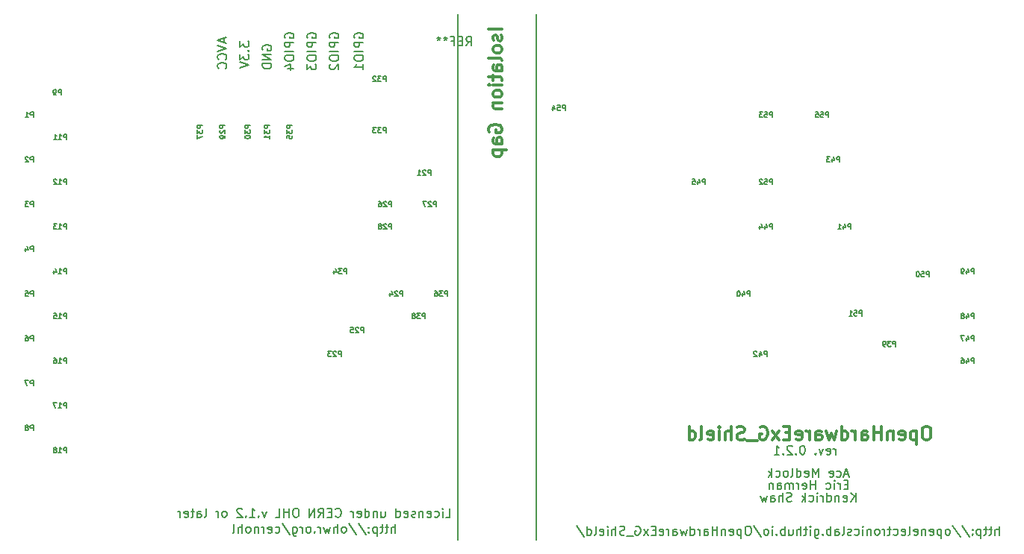
<source format=gbo>
G04 #@! TF.FileFunction,Legend,Bot*
%FSLAX46Y46*%
G04 Gerber Fmt 4.6, Leading zero omitted, Abs format (unit mm)*
G04 Created by KiCad (PCBNEW 4.0.6-e0-6349~53~ubuntu14.04.1) date Sat Jun 24 15:03:27 2017*
%MOMM*%
%LPD*%
G01*
G04 APERTURE LIST*
%ADD10C,0.150000*%
%ADD11C,0.203200*%
%ADD12C,0.300000*%
%ADD13C,0.200000*%
%ADD14C,0.127000*%
%ADD15C,2.540000*%
%ADD16C,3.797300*%
%ADD17C,1.500000*%
%ADD18R,1.270000X1.570000*%
%ADD19R,1.524000X1.524000*%
%ADD20C,1.524000*%
%ADD21C,3.175000*%
G04 APERTURE END LIST*
D10*
D11*
X108482189Y-88089619D02*
X108482189Y-87073619D01*
X108046761Y-88089619D02*
X108046761Y-87557429D01*
X108095142Y-87460667D01*
X108191904Y-87412286D01*
X108337046Y-87412286D01*
X108433808Y-87460667D01*
X108482189Y-87509048D01*
X107708094Y-87412286D02*
X107321046Y-87412286D01*
X107562951Y-87073619D02*
X107562951Y-87944476D01*
X107514570Y-88041238D01*
X107417808Y-88089619D01*
X107321046Y-88089619D01*
X107127523Y-87412286D02*
X106740475Y-87412286D01*
X106982380Y-87073619D02*
X106982380Y-87944476D01*
X106933999Y-88041238D01*
X106837237Y-88089619D01*
X106740475Y-88089619D01*
X106401809Y-87412286D02*
X106401809Y-88428286D01*
X106401809Y-87460667D02*
X106305047Y-87412286D01*
X106111524Y-87412286D01*
X106014762Y-87460667D01*
X105966381Y-87509048D01*
X105918000Y-87605810D01*
X105918000Y-87896095D01*
X105966381Y-87992857D01*
X106014762Y-88041238D01*
X106111524Y-88089619D01*
X106305047Y-88089619D01*
X106401809Y-88041238D01*
X105482571Y-87992857D02*
X105434190Y-88041238D01*
X105482571Y-88089619D01*
X105530952Y-88041238D01*
X105482571Y-87992857D01*
X105482571Y-88089619D01*
X105482571Y-87460667D02*
X105434190Y-87509048D01*
X105482571Y-87557429D01*
X105530952Y-87509048D01*
X105482571Y-87460667D01*
X105482571Y-87557429D01*
X104273047Y-87025238D02*
X105143904Y-88331524D01*
X103208666Y-87025238D02*
X104079523Y-88331524D01*
X102724856Y-88089619D02*
X102821618Y-88041238D01*
X102869999Y-87992857D01*
X102918380Y-87896095D01*
X102918380Y-87605810D01*
X102869999Y-87509048D01*
X102821618Y-87460667D01*
X102724856Y-87412286D01*
X102579714Y-87412286D01*
X102482952Y-87460667D01*
X102434571Y-87509048D01*
X102386190Y-87605810D01*
X102386190Y-87896095D01*
X102434571Y-87992857D01*
X102482952Y-88041238D01*
X102579714Y-88089619D01*
X102724856Y-88089619D01*
X101950761Y-88089619D02*
X101950761Y-87073619D01*
X101515333Y-88089619D02*
X101515333Y-87557429D01*
X101563714Y-87460667D01*
X101660476Y-87412286D01*
X101805618Y-87412286D01*
X101902380Y-87460667D01*
X101950761Y-87509048D01*
X101128285Y-87412286D02*
X100934761Y-88089619D01*
X100741238Y-87605810D01*
X100547714Y-88089619D01*
X100354190Y-87412286D01*
X99967142Y-88089619D02*
X99967142Y-87412286D01*
X99967142Y-87605810D02*
X99918761Y-87509048D01*
X99870380Y-87460667D01*
X99773618Y-87412286D01*
X99676857Y-87412286D01*
X99338190Y-87992857D02*
X99289809Y-88041238D01*
X99338190Y-88089619D01*
X99386571Y-88041238D01*
X99338190Y-87992857D01*
X99338190Y-88089619D01*
X98709237Y-88089619D02*
X98805999Y-88041238D01*
X98854380Y-87992857D01*
X98902761Y-87896095D01*
X98902761Y-87605810D01*
X98854380Y-87509048D01*
X98805999Y-87460667D01*
X98709237Y-87412286D01*
X98564095Y-87412286D01*
X98467333Y-87460667D01*
X98418952Y-87509048D01*
X98370571Y-87605810D01*
X98370571Y-87896095D01*
X98418952Y-87992857D01*
X98467333Y-88041238D01*
X98564095Y-88089619D01*
X98709237Y-88089619D01*
X97935142Y-88089619D02*
X97935142Y-87412286D01*
X97935142Y-87605810D02*
X97886761Y-87509048D01*
X97838380Y-87460667D01*
X97741618Y-87412286D01*
X97644857Y-87412286D01*
X96870762Y-87412286D02*
X96870762Y-88234762D01*
X96919143Y-88331524D01*
X96967524Y-88379905D01*
X97064285Y-88428286D01*
X97209428Y-88428286D01*
X97306190Y-88379905D01*
X96870762Y-88041238D02*
X96967524Y-88089619D01*
X97161047Y-88089619D01*
X97257809Y-88041238D01*
X97306190Y-87992857D01*
X97354571Y-87896095D01*
X97354571Y-87605810D01*
X97306190Y-87509048D01*
X97257809Y-87460667D01*
X97161047Y-87412286D01*
X96967524Y-87412286D01*
X96870762Y-87460667D01*
X95661238Y-87025238D02*
X96532095Y-88331524D01*
X94887143Y-88041238D02*
X94983905Y-88089619D01*
X95177428Y-88089619D01*
X95274190Y-88041238D01*
X95322571Y-87992857D01*
X95370952Y-87896095D01*
X95370952Y-87605810D01*
X95322571Y-87509048D01*
X95274190Y-87460667D01*
X95177428Y-87412286D01*
X94983905Y-87412286D01*
X94887143Y-87460667D01*
X94064667Y-88041238D02*
X94161429Y-88089619D01*
X94354952Y-88089619D01*
X94451714Y-88041238D01*
X94500095Y-87944476D01*
X94500095Y-87557429D01*
X94451714Y-87460667D01*
X94354952Y-87412286D01*
X94161429Y-87412286D01*
X94064667Y-87460667D01*
X94016286Y-87557429D01*
X94016286Y-87654190D01*
X94500095Y-87750952D01*
X93580857Y-88089619D02*
X93580857Y-87412286D01*
X93580857Y-87605810D02*
X93532476Y-87509048D01*
X93484095Y-87460667D01*
X93387333Y-87412286D01*
X93290572Y-87412286D01*
X92951905Y-87412286D02*
X92951905Y-88089619D01*
X92951905Y-87509048D02*
X92903524Y-87460667D01*
X92806762Y-87412286D01*
X92661620Y-87412286D01*
X92564858Y-87460667D01*
X92516477Y-87557429D01*
X92516477Y-88089619D01*
X91887524Y-88089619D02*
X91984286Y-88041238D01*
X92032667Y-87992857D01*
X92081048Y-87896095D01*
X92081048Y-87605810D01*
X92032667Y-87509048D01*
X91984286Y-87460667D01*
X91887524Y-87412286D01*
X91742382Y-87412286D01*
X91645620Y-87460667D01*
X91597239Y-87509048D01*
X91548858Y-87605810D01*
X91548858Y-87896095D01*
X91597239Y-87992857D01*
X91645620Y-88041238D01*
X91742382Y-88089619D01*
X91887524Y-88089619D01*
X91113429Y-88089619D02*
X91113429Y-87073619D01*
X90678001Y-88089619D02*
X90678001Y-87557429D01*
X90726382Y-87460667D01*
X90823144Y-87412286D01*
X90968286Y-87412286D01*
X91065048Y-87460667D01*
X91113429Y-87509048D01*
X90049048Y-88089619D02*
X90145810Y-88041238D01*
X90194191Y-87944476D01*
X90194191Y-87073619D01*
X160667094Y-84533619D02*
X160667094Y-83517619D01*
X160086523Y-84533619D02*
X160521951Y-83953048D01*
X160086523Y-83517619D02*
X160667094Y-84098190D01*
X159264047Y-84485238D02*
X159360809Y-84533619D01*
X159554332Y-84533619D01*
X159651094Y-84485238D01*
X159699475Y-84388476D01*
X159699475Y-84001429D01*
X159651094Y-83904667D01*
X159554332Y-83856286D01*
X159360809Y-83856286D01*
X159264047Y-83904667D01*
X159215666Y-84001429D01*
X159215666Y-84098190D01*
X159699475Y-84194952D01*
X158780237Y-83856286D02*
X158780237Y-84533619D01*
X158780237Y-83953048D02*
X158731856Y-83904667D01*
X158635094Y-83856286D01*
X158489952Y-83856286D01*
X158393190Y-83904667D01*
X158344809Y-84001429D01*
X158344809Y-84533619D01*
X157425571Y-84533619D02*
X157425571Y-83517619D01*
X157425571Y-84485238D02*
X157522333Y-84533619D01*
X157715856Y-84533619D01*
X157812618Y-84485238D01*
X157860999Y-84436857D01*
X157909380Y-84340095D01*
X157909380Y-84049810D01*
X157860999Y-83953048D01*
X157812618Y-83904667D01*
X157715856Y-83856286D01*
X157522333Y-83856286D01*
X157425571Y-83904667D01*
X156941761Y-84533619D02*
X156941761Y-83856286D01*
X156941761Y-84049810D02*
X156893380Y-83953048D01*
X156844999Y-83904667D01*
X156748237Y-83856286D01*
X156651476Y-83856286D01*
X156312809Y-84533619D02*
X156312809Y-83856286D01*
X156312809Y-83517619D02*
X156361190Y-83566000D01*
X156312809Y-83614381D01*
X156264428Y-83566000D01*
X156312809Y-83517619D01*
X156312809Y-83614381D01*
X155393571Y-84485238D02*
X155490333Y-84533619D01*
X155683856Y-84533619D01*
X155780618Y-84485238D01*
X155828999Y-84436857D01*
X155877380Y-84340095D01*
X155877380Y-84049810D01*
X155828999Y-83953048D01*
X155780618Y-83904667D01*
X155683856Y-83856286D01*
X155490333Y-83856286D01*
X155393571Y-83904667D01*
X154958142Y-84533619D02*
X154958142Y-83517619D01*
X154861380Y-84146571D02*
X154571095Y-84533619D01*
X154571095Y-83856286D02*
X154958142Y-84243333D01*
X153409952Y-84485238D02*
X153264809Y-84533619D01*
X153022905Y-84533619D01*
X152926143Y-84485238D01*
X152877762Y-84436857D01*
X152829381Y-84340095D01*
X152829381Y-84243333D01*
X152877762Y-84146571D01*
X152926143Y-84098190D01*
X153022905Y-84049810D01*
X153216428Y-84001429D01*
X153313190Y-83953048D01*
X153361571Y-83904667D01*
X153409952Y-83807905D01*
X153409952Y-83711143D01*
X153361571Y-83614381D01*
X153313190Y-83566000D01*
X153216428Y-83517619D01*
X152974524Y-83517619D01*
X152829381Y-83566000D01*
X152393952Y-84533619D02*
X152393952Y-83517619D01*
X151958524Y-84533619D02*
X151958524Y-84001429D01*
X152006905Y-83904667D01*
X152103667Y-83856286D01*
X152248809Y-83856286D01*
X152345571Y-83904667D01*
X152393952Y-83953048D01*
X151039286Y-84533619D02*
X151039286Y-84001429D01*
X151087667Y-83904667D01*
X151184429Y-83856286D01*
X151377952Y-83856286D01*
X151474714Y-83904667D01*
X151039286Y-84485238D02*
X151136048Y-84533619D01*
X151377952Y-84533619D01*
X151474714Y-84485238D01*
X151523095Y-84388476D01*
X151523095Y-84291714D01*
X151474714Y-84194952D01*
X151377952Y-84146571D01*
X151136048Y-84146571D01*
X151039286Y-84098190D01*
X150652238Y-83856286D02*
X150458714Y-84533619D01*
X150265191Y-84049810D01*
X150071667Y-84533619D01*
X149878143Y-83856286D01*
X159796237Y-82604429D02*
X159457571Y-82604429D01*
X159312428Y-83136619D02*
X159796237Y-83136619D01*
X159796237Y-82120619D01*
X159312428Y-82120619D01*
X158876999Y-83136619D02*
X158876999Y-82459286D01*
X158876999Y-82652810D02*
X158828618Y-82556048D01*
X158780237Y-82507667D01*
X158683475Y-82459286D01*
X158586714Y-82459286D01*
X158248047Y-83136619D02*
X158248047Y-82459286D01*
X158248047Y-82120619D02*
X158296428Y-82169000D01*
X158248047Y-82217381D01*
X158199666Y-82169000D01*
X158248047Y-82120619D01*
X158248047Y-82217381D01*
X157328809Y-83088238D02*
X157425571Y-83136619D01*
X157619094Y-83136619D01*
X157715856Y-83088238D01*
X157764237Y-83039857D01*
X157812618Y-82943095D01*
X157812618Y-82652810D01*
X157764237Y-82556048D01*
X157715856Y-82507667D01*
X157619094Y-82459286D01*
X157425571Y-82459286D01*
X157328809Y-82507667D01*
X156119285Y-83136619D02*
X156119285Y-82120619D01*
X156119285Y-82604429D02*
X155538714Y-82604429D01*
X155538714Y-83136619D02*
X155538714Y-82120619D01*
X154667857Y-83088238D02*
X154764619Y-83136619D01*
X154958142Y-83136619D01*
X155054904Y-83088238D01*
X155103285Y-82991476D01*
X155103285Y-82604429D01*
X155054904Y-82507667D01*
X154958142Y-82459286D01*
X154764619Y-82459286D01*
X154667857Y-82507667D01*
X154619476Y-82604429D01*
X154619476Y-82701190D01*
X155103285Y-82797952D01*
X154184047Y-83136619D02*
X154184047Y-82459286D01*
X154184047Y-82652810D02*
X154135666Y-82556048D01*
X154087285Y-82507667D01*
X153990523Y-82459286D01*
X153893762Y-82459286D01*
X153555095Y-83136619D02*
X153555095Y-82459286D01*
X153555095Y-82556048D02*
X153506714Y-82507667D01*
X153409952Y-82459286D01*
X153264810Y-82459286D01*
X153168048Y-82507667D01*
X153119667Y-82604429D01*
X153119667Y-83136619D01*
X153119667Y-82604429D02*
X153071286Y-82507667D01*
X152974524Y-82459286D01*
X152829381Y-82459286D01*
X152732619Y-82507667D01*
X152684238Y-82604429D01*
X152684238Y-83136619D01*
X151765000Y-83136619D02*
X151765000Y-82604429D01*
X151813381Y-82507667D01*
X151910143Y-82459286D01*
X152103666Y-82459286D01*
X152200428Y-82507667D01*
X151765000Y-83088238D02*
X151861762Y-83136619D01*
X152103666Y-83136619D01*
X152200428Y-83088238D01*
X152248809Y-82991476D01*
X152248809Y-82894714D01*
X152200428Y-82797952D01*
X152103666Y-82749571D01*
X151861762Y-82749571D01*
X151765000Y-82701190D01*
X151281190Y-82459286D02*
X151281190Y-83136619D01*
X151281190Y-82556048D02*
X151232809Y-82507667D01*
X151136047Y-82459286D01*
X150990905Y-82459286D01*
X150894143Y-82507667D01*
X150845762Y-82604429D01*
X150845762Y-83136619D01*
X93472000Y-33261905D02*
X93423619Y-33165143D01*
X93423619Y-33020000D01*
X93472000Y-32874858D01*
X93568762Y-32778096D01*
X93665524Y-32729715D01*
X93859048Y-32681334D01*
X94004190Y-32681334D01*
X94197714Y-32729715D01*
X94294476Y-32778096D01*
X94391238Y-32874858D01*
X94439619Y-33020000D01*
X94439619Y-33116762D01*
X94391238Y-33261905D01*
X94342857Y-33310286D01*
X94004190Y-33310286D01*
X94004190Y-33116762D01*
X94439619Y-33745715D02*
X93423619Y-33745715D01*
X94439619Y-34326286D01*
X93423619Y-34326286D01*
X94439619Y-34810096D02*
X93423619Y-34810096D01*
X93423619Y-35052001D01*
X93472000Y-35197143D01*
X93568762Y-35293905D01*
X93665524Y-35342286D01*
X93859048Y-35390667D01*
X94004190Y-35390667D01*
X94197714Y-35342286D01*
X94294476Y-35293905D01*
X94391238Y-35197143D01*
X94439619Y-35052001D01*
X94439619Y-34810096D01*
X96012000Y-31901190D02*
X95963619Y-31804428D01*
X95963619Y-31659285D01*
X96012000Y-31514143D01*
X96108762Y-31417381D01*
X96205524Y-31369000D01*
X96399048Y-31320619D01*
X96544190Y-31320619D01*
X96737714Y-31369000D01*
X96834476Y-31417381D01*
X96931238Y-31514143D01*
X96979619Y-31659285D01*
X96979619Y-31756047D01*
X96931238Y-31901190D01*
X96882857Y-31949571D01*
X96544190Y-31949571D01*
X96544190Y-31756047D01*
X96979619Y-32385000D02*
X95963619Y-32385000D01*
X95963619Y-32772047D01*
X96012000Y-32868809D01*
X96060381Y-32917190D01*
X96157143Y-32965571D01*
X96302286Y-32965571D01*
X96399048Y-32917190D01*
X96447429Y-32868809D01*
X96495810Y-32772047D01*
X96495810Y-32385000D01*
X96979619Y-33401000D02*
X95963619Y-33401000D01*
X95963619Y-34078334D02*
X95963619Y-34271857D01*
X96012000Y-34368619D01*
X96108762Y-34465381D01*
X96302286Y-34513762D01*
X96640952Y-34513762D01*
X96834476Y-34465381D01*
X96931238Y-34368619D01*
X96979619Y-34271857D01*
X96979619Y-34078334D01*
X96931238Y-33981572D01*
X96834476Y-33884810D01*
X96640952Y-33836429D01*
X96302286Y-33836429D01*
X96108762Y-33884810D01*
X96012000Y-33981572D01*
X95963619Y-34078334D01*
X96302286Y-35384619D02*
X96979619Y-35384619D01*
X95915238Y-35142715D02*
X96640952Y-34900810D01*
X96640952Y-35529762D01*
X98552000Y-31901190D02*
X98503619Y-31804428D01*
X98503619Y-31659285D01*
X98552000Y-31514143D01*
X98648762Y-31417381D01*
X98745524Y-31369000D01*
X98939048Y-31320619D01*
X99084190Y-31320619D01*
X99277714Y-31369000D01*
X99374476Y-31417381D01*
X99471238Y-31514143D01*
X99519619Y-31659285D01*
X99519619Y-31756047D01*
X99471238Y-31901190D01*
X99422857Y-31949571D01*
X99084190Y-31949571D01*
X99084190Y-31756047D01*
X99519619Y-32385000D02*
X98503619Y-32385000D01*
X98503619Y-32772047D01*
X98552000Y-32868809D01*
X98600381Y-32917190D01*
X98697143Y-32965571D01*
X98842286Y-32965571D01*
X98939048Y-32917190D01*
X98987429Y-32868809D01*
X99035810Y-32772047D01*
X99035810Y-32385000D01*
X99519619Y-33401000D02*
X98503619Y-33401000D01*
X98503619Y-34078334D02*
X98503619Y-34271857D01*
X98552000Y-34368619D01*
X98648762Y-34465381D01*
X98842286Y-34513762D01*
X99180952Y-34513762D01*
X99374476Y-34465381D01*
X99471238Y-34368619D01*
X99519619Y-34271857D01*
X99519619Y-34078334D01*
X99471238Y-33981572D01*
X99374476Y-33884810D01*
X99180952Y-33836429D01*
X98842286Y-33836429D01*
X98648762Y-33884810D01*
X98552000Y-33981572D01*
X98503619Y-34078334D01*
X98503619Y-34852429D02*
X98503619Y-35481381D01*
X98890667Y-35142715D01*
X98890667Y-35287857D01*
X98939048Y-35384619D01*
X98987429Y-35433000D01*
X99084190Y-35481381D01*
X99326095Y-35481381D01*
X99422857Y-35433000D01*
X99471238Y-35384619D01*
X99519619Y-35287857D01*
X99519619Y-34997572D01*
X99471238Y-34900810D01*
X99422857Y-34852429D01*
X101092000Y-31901190D02*
X101043619Y-31804428D01*
X101043619Y-31659285D01*
X101092000Y-31514143D01*
X101188762Y-31417381D01*
X101285524Y-31369000D01*
X101479048Y-31320619D01*
X101624190Y-31320619D01*
X101817714Y-31369000D01*
X101914476Y-31417381D01*
X102011238Y-31514143D01*
X102059619Y-31659285D01*
X102059619Y-31756047D01*
X102011238Y-31901190D01*
X101962857Y-31949571D01*
X101624190Y-31949571D01*
X101624190Y-31756047D01*
X102059619Y-32385000D02*
X101043619Y-32385000D01*
X101043619Y-32772047D01*
X101092000Y-32868809D01*
X101140381Y-32917190D01*
X101237143Y-32965571D01*
X101382286Y-32965571D01*
X101479048Y-32917190D01*
X101527429Y-32868809D01*
X101575810Y-32772047D01*
X101575810Y-32385000D01*
X102059619Y-33401000D02*
X101043619Y-33401000D01*
X101043619Y-34078334D02*
X101043619Y-34271857D01*
X101092000Y-34368619D01*
X101188762Y-34465381D01*
X101382286Y-34513762D01*
X101720952Y-34513762D01*
X101914476Y-34465381D01*
X102011238Y-34368619D01*
X102059619Y-34271857D01*
X102059619Y-34078334D01*
X102011238Y-33981572D01*
X101914476Y-33884810D01*
X101720952Y-33836429D01*
X101382286Y-33836429D01*
X101188762Y-33884810D01*
X101092000Y-33981572D01*
X101043619Y-34078334D01*
X101140381Y-34900810D02*
X101092000Y-34949191D01*
X101043619Y-35045953D01*
X101043619Y-35287857D01*
X101092000Y-35384619D01*
X101140381Y-35433000D01*
X101237143Y-35481381D01*
X101333905Y-35481381D01*
X101479048Y-35433000D01*
X102059619Y-34852429D01*
X102059619Y-35481381D01*
X103886000Y-31901190D02*
X103837619Y-31804428D01*
X103837619Y-31659285D01*
X103886000Y-31514143D01*
X103982762Y-31417381D01*
X104079524Y-31369000D01*
X104273048Y-31320619D01*
X104418190Y-31320619D01*
X104611714Y-31369000D01*
X104708476Y-31417381D01*
X104805238Y-31514143D01*
X104853619Y-31659285D01*
X104853619Y-31756047D01*
X104805238Y-31901190D01*
X104756857Y-31949571D01*
X104418190Y-31949571D01*
X104418190Y-31756047D01*
X104853619Y-32385000D02*
X103837619Y-32385000D01*
X103837619Y-32772047D01*
X103886000Y-32868809D01*
X103934381Y-32917190D01*
X104031143Y-32965571D01*
X104176286Y-32965571D01*
X104273048Y-32917190D01*
X104321429Y-32868809D01*
X104369810Y-32772047D01*
X104369810Y-32385000D01*
X104853619Y-33401000D02*
X103837619Y-33401000D01*
X103837619Y-34078334D02*
X103837619Y-34271857D01*
X103886000Y-34368619D01*
X103982762Y-34465381D01*
X104176286Y-34513762D01*
X104514952Y-34513762D01*
X104708476Y-34465381D01*
X104805238Y-34368619D01*
X104853619Y-34271857D01*
X104853619Y-34078334D01*
X104805238Y-33981572D01*
X104708476Y-33884810D01*
X104514952Y-33836429D01*
X104176286Y-33836429D01*
X103982762Y-33884810D01*
X103886000Y-33981572D01*
X103837619Y-34078334D01*
X104853619Y-35481381D02*
X104853619Y-34900810D01*
X104853619Y-35191096D02*
X103837619Y-35191096D01*
X103982762Y-35094334D01*
X104079524Y-34997572D01*
X104127905Y-34900810D01*
X89069333Y-31961667D02*
X89069333Y-32445476D01*
X89359619Y-31864905D02*
X88343619Y-32203572D01*
X89359619Y-32542238D01*
X88343619Y-32735762D02*
X89359619Y-33074429D01*
X88343619Y-33413095D01*
X89262857Y-34332333D02*
X89311238Y-34283952D01*
X89359619Y-34138809D01*
X89359619Y-34042047D01*
X89311238Y-33896905D01*
X89214476Y-33800143D01*
X89117714Y-33751762D01*
X88924190Y-33703381D01*
X88779048Y-33703381D01*
X88585524Y-33751762D01*
X88488762Y-33800143D01*
X88392000Y-33896905D01*
X88343619Y-34042047D01*
X88343619Y-34138809D01*
X88392000Y-34283952D01*
X88440381Y-34332333D01*
X89262857Y-35348333D02*
X89311238Y-35299952D01*
X89359619Y-35154809D01*
X89359619Y-35058047D01*
X89311238Y-34912905D01*
X89214476Y-34816143D01*
X89117714Y-34767762D01*
X88924190Y-34719381D01*
X88779048Y-34719381D01*
X88585524Y-34767762D01*
X88488762Y-34816143D01*
X88392000Y-34912905D01*
X88343619Y-35058047D01*
X88343619Y-35154809D01*
X88392000Y-35299952D01*
X88440381Y-35348333D01*
X158399238Y-79199619D02*
X158399238Y-78522286D01*
X158399238Y-78715810D02*
X158350857Y-78619048D01*
X158302476Y-78570667D01*
X158205714Y-78522286D01*
X158108953Y-78522286D01*
X157383239Y-79151238D02*
X157480001Y-79199619D01*
X157673524Y-79199619D01*
X157770286Y-79151238D01*
X157818667Y-79054476D01*
X157818667Y-78667429D01*
X157770286Y-78570667D01*
X157673524Y-78522286D01*
X157480001Y-78522286D01*
X157383239Y-78570667D01*
X157334858Y-78667429D01*
X157334858Y-78764190D01*
X157818667Y-78860952D01*
X156996191Y-78522286D02*
X156754286Y-79199619D01*
X156512382Y-78522286D01*
X156125334Y-79102857D02*
X156076953Y-79151238D01*
X156125334Y-79199619D01*
X156173715Y-79151238D01*
X156125334Y-79102857D01*
X156125334Y-79199619D01*
X154673905Y-78183619D02*
X154577144Y-78183619D01*
X154480382Y-78232000D01*
X154432001Y-78280381D01*
X154383620Y-78377143D01*
X154335239Y-78570667D01*
X154335239Y-78812571D01*
X154383620Y-79006095D01*
X154432001Y-79102857D01*
X154480382Y-79151238D01*
X154577144Y-79199619D01*
X154673905Y-79199619D01*
X154770667Y-79151238D01*
X154819048Y-79102857D01*
X154867429Y-79006095D01*
X154915810Y-78812571D01*
X154915810Y-78570667D01*
X154867429Y-78377143D01*
X154819048Y-78280381D01*
X154770667Y-78232000D01*
X154673905Y-78183619D01*
X153899810Y-79102857D02*
X153851429Y-79151238D01*
X153899810Y-79199619D01*
X153948191Y-79151238D01*
X153899810Y-79102857D01*
X153899810Y-79199619D01*
X153464381Y-78280381D02*
X153416000Y-78232000D01*
X153319238Y-78183619D01*
X153077334Y-78183619D01*
X152980572Y-78232000D01*
X152932191Y-78280381D01*
X152883810Y-78377143D01*
X152883810Y-78473905D01*
X152932191Y-78619048D01*
X153512762Y-79199619D01*
X152883810Y-79199619D01*
X152448381Y-79102857D02*
X152400000Y-79151238D01*
X152448381Y-79199619D01*
X152496762Y-79151238D01*
X152448381Y-79102857D01*
X152448381Y-79199619D01*
X151432381Y-79199619D02*
X152012952Y-79199619D01*
X151722666Y-79199619D02*
X151722666Y-78183619D01*
X151819428Y-78328762D01*
X151916190Y-78425524D01*
X152012952Y-78473905D01*
X176910997Y-88343619D02*
X176910997Y-87327619D01*
X176475569Y-88343619D02*
X176475569Y-87811429D01*
X176523950Y-87714667D01*
X176620712Y-87666286D01*
X176765854Y-87666286D01*
X176862616Y-87714667D01*
X176910997Y-87763048D01*
X176136902Y-87666286D02*
X175749854Y-87666286D01*
X175991759Y-87327619D02*
X175991759Y-88198476D01*
X175943378Y-88295238D01*
X175846616Y-88343619D01*
X175749854Y-88343619D01*
X175556331Y-87666286D02*
X175169283Y-87666286D01*
X175411188Y-87327619D02*
X175411188Y-88198476D01*
X175362807Y-88295238D01*
X175266045Y-88343619D01*
X175169283Y-88343619D01*
X174830617Y-87666286D02*
X174830617Y-88682286D01*
X174830617Y-87714667D02*
X174733855Y-87666286D01*
X174540332Y-87666286D01*
X174443570Y-87714667D01*
X174395189Y-87763048D01*
X174346808Y-87859810D01*
X174346808Y-88150095D01*
X174395189Y-88246857D01*
X174443570Y-88295238D01*
X174540332Y-88343619D01*
X174733855Y-88343619D01*
X174830617Y-88295238D01*
X173911379Y-88246857D02*
X173862998Y-88295238D01*
X173911379Y-88343619D01*
X173959760Y-88295238D01*
X173911379Y-88246857D01*
X173911379Y-88343619D01*
X173911379Y-87714667D02*
X173862998Y-87763048D01*
X173911379Y-87811429D01*
X173959760Y-87763048D01*
X173911379Y-87714667D01*
X173911379Y-87811429D01*
X172701855Y-87279238D02*
X173572712Y-88585524D01*
X171637474Y-87279238D02*
X172508331Y-88585524D01*
X171153664Y-88343619D02*
X171250426Y-88295238D01*
X171298807Y-88246857D01*
X171347188Y-88150095D01*
X171347188Y-87859810D01*
X171298807Y-87763048D01*
X171250426Y-87714667D01*
X171153664Y-87666286D01*
X171008522Y-87666286D01*
X170911760Y-87714667D01*
X170863379Y-87763048D01*
X170814998Y-87859810D01*
X170814998Y-88150095D01*
X170863379Y-88246857D01*
X170911760Y-88295238D01*
X171008522Y-88343619D01*
X171153664Y-88343619D01*
X170379569Y-87666286D02*
X170379569Y-88682286D01*
X170379569Y-87714667D02*
X170282807Y-87666286D01*
X170089284Y-87666286D01*
X169992522Y-87714667D01*
X169944141Y-87763048D01*
X169895760Y-87859810D01*
X169895760Y-88150095D01*
X169944141Y-88246857D01*
X169992522Y-88295238D01*
X170089284Y-88343619D01*
X170282807Y-88343619D01*
X170379569Y-88295238D01*
X169073284Y-88295238D02*
X169170046Y-88343619D01*
X169363569Y-88343619D01*
X169460331Y-88295238D01*
X169508712Y-88198476D01*
X169508712Y-87811429D01*
X169460331Y-87714667D01*
X169363569Y-87666286D01*
X169170046Y-87666286D01*
X169073284Y-87714667D01*
X169024903Y-87811429D01*
X169024903Y-87908190D01*
X169508712Y-88004952D01*
X168589474Y-87666286D02*
X168589474Y-88343619D01*
X168589474Y-87763048D02*
X168541093Y-87714667D01*
X168444331Y-87666286D01*
X168299189Y-87666286D01*
X168202427Y-87714667D01*
X168154046Y-87811429D01*
X168154046Y-88343619D01*
X167283189Y-88295238D02*
X167379951Y-88343619D01*
X167573474Y-88343619D01*
X167670236Y-88295238D01*
X167718617Y-88198476D01*
X167718617Y-87811429D01*
X167670236Y-87714667D01*
X167573474Y-87666286D01*
X167379951Y-87666286D01*
X167283189Y-87714667D01*
X167234808Y-87811429D01*
X167234808Y-87908190D01*
X167718617Y-88004952D01*
X166654236Y-88343619D02*
X166750998Y-88295238D01*
X166799379Y-88198476D01*
X166799379Y-87327619D01*
X165880142Y-88295238D02*
X165976904Y-88343619D01*
X166170427Y-88343619D01*
X166267189Y-88295238D01*
X166315570Y-88198476D01*
X166315570Y-87811429D01*
X166267189Y-87714667D01*
X166170427Y-87666286D01*
X165976904Y-87666286D01*
X165880142Y-87714667D01*
X165831761Y-87811429D01*
X165831761Y-87908190D01*
X166315570Y-88004952D01*
X164960904Y-88295238D02*
X165057666Y-88343619D01*
X165251189Y-88343619D01*
X165347951Y-88295238D01*
X165396332Y-88246857D01*
X165444713Y-88150095D01*
X165444713Y-87859810D01*
X165396332Y-87763048D01*
X165347951Y-87714667D01*
X165251189Y-87666286D01*
X165057666Y-87666286D01*
X164960904Y-87714667D01*
X164670618Y-87666286D02*
X164283570Y-87666286D01*
X164525475Y-87327619D02*
X164525475Y-88198476D01*
X164477094Y-88295238D01*
X164380332Y-88343619D01*
X164283570Y-88343619D01*
X163944904Y-88343619D02*
X163944904Y-87666286D01*
X163944904Y-87859810D02*
X163896523Y-87763048D01*
X163848142Y-87714667D01*
X163751380Y-87666286D01*
X163654619Y-87666286D01*
X163170809Y-88343619D02*
X163267571Y-88295238D01*
X163315952Y-88246857D01*
X163364333Y-88150095D01*
X163364333Y-87859810D01*
X163315952Y-87763048D01*
X163267571Y-87714667D01*
X163170809Y-87666286D01*
X163025667Y-87666286D01*
X162928905Y-87714667D01*
X162880524Y-87763048D01*
X162832143Y-87859810D01*
X162832143Y-88150095D01*
X162880524Y-88246857D01*
X162928905Y-88295238D01*
X163025667Y-88343619D01*
X163170809Y-88343619D01*
X162396714Y-87666286D02*
X162396714Y-88343619D01*
X162396714Y-87763048D02*
X162348333Y-87714667D01*
X162251571Y-87666286D01*
X162106429Y-87666286D01*
X162009667Y-87714667D01*
X161961286Y-87811429D01*
X161961286Y-88343619D01*
X161477476Y-88343619D02*
X161477476Y-87666286D01*
X161477476Y-87327619D02*
X161525857Y-87376000D01*
X161477476Y-87424381D01*
X161429095Y-87376000D01*
X161477476Y-87327619D01*
X161477476Y-87424381D01*
X160558238Y-88295238D02*
X160655000Y-88343619D01*
X160848523Y-88343619D01*
X160945285Y-88295238D01*
X160993666Y-88246857D01*
X161042047Y-88150095D01*
X161042047Y-87859810D01*
X160993666Y-87763048D01*
X160945285Y-87714667D01*
X160848523Y-87666286D01*
X160655000Y-87666286D01*
X160558238Y-87714667D01*
X160171190Y-88295238D02*
X160074428Y-88343619D01*
X159880904Y-88343619D01*
X159784143Y-88295238D01*
X159735762Y-88198476D01*
X159735762Y-88150095D01*
X159784143Y-88053333D01*
X159880904Y-88004952D01*
X160026047Y-88004952D01*
X160122809Y-87956571D01*
X160171190Y-87859810D01*
X160171190Y-87811429D01*
X160122809Y-87714667D01*
X160026047Y-87666286D01*
X159880904Y-87666286D01*
X159784143Y-87714667D01*
X159155190Y-88343619D02*
X159251952Y-88295238D01*
X159300333Y-88198476D01*
X159300333Y-87327619D01*
X158332715Y-88343619D02*
X158332715Y-87811429D01*
X158381096Y-87714667D01*
X158477858Y-87666286D01*
X158671381Y-87666286D01*
X158768143Y-87714667D01*
X158332715Y-88295238D02*
X158429477Y-88343619D01*
X158671381Y-88343619D01*
X158768143Y-88295238D01*
X158816524Y-88198476D01*
X158816524Y-88101714D01*
X158768143Y-88004952D01*
X158671381Y-87956571D01*
X158429477Y-87956571D01*
X158332715Y-87908190D01*
X157848905Y-88343619D02*
X157848905Y-87327619D01*
X157848905Y-87714667D02*
X157752143Y-87666286D01*
X157558620Y-87666286D01*
X157461858Y-87714667D01*
X157413477Y-87763048D01*
X157365096Y-87859810D01*
X157365096Y-88150095D01*
X157413477Y-88246857D01*
X157461858Y-88295238D01*
X157558620Y-88343619D01*
X157752143Y-88343619D01*
X157848905Y-88295238D01*
X156929667Y-88246857D02*
X156881286Y-88295238D01*
X156929667Y-88343619D01*
X156978048Y-88295238D01*
X156929667Y-88246857D01*
X156929667Y-88343619D01*
X156010429Y-87666286D02*
X156010429Y-88488762D01*
X156058810Y-88585524D01*
X156107191Y-88633905D01*
X156203952Y-88682286D01*
X156349095Y-88682286D01*
X156445857Y-88633905D01*
X156010429Y-88295238D02*
X156107191Y-88343619D01*
X156300714Y-88343619D01*
X156397476Y-88295238D01*
X156445857Y-88246857D01*
X156494238Y-88150095D01*
X156494238Y-87859810D01*
X156445857Y-87763048D01*
X156397476Y-87714667D01*
X156300714Y-87666286D01*
X156107191Y-87666286D01*
X156010429Y-87714667D01*
X155526619Y-88343619D02*
X155526619Y-87666286D01*
X155526619Y-87327619D02*
X155575000Y-87376000D01*
X155526619Y-87424381D01*
X155478238Y-87376000D01*
X155526619Y-87327619D01*
X155526619Y-87424381D01*
X155187952Y-87666286D02*
X154800904Y-87666286D01*
X155042809Y-87327619D02*
X155042809Y-88198476D01*
X154994428Y-88295238D01*
X154897666Y-88343619D01*
X154800904Y-88343619D01*
X154462238Y-88343619D02*
X154462238Y-87327619D01*
X154026810Y-88343619D02*
X154026810Y-87811429D01*
X154075191Y-87714667D01*
X154171953Y-87666286D01*
X154317095Y-87666286D01*
X154413857Y-87714667D01*
X154462238Y-87763048D01*
X153107572Y-87666286D02*
X153107572Y-88343619D01*
X153543000Y-87666286D02*
X153543000Y-88198476D01*
X153494619Y-88295238D01*
X153397857Y-88343619D01*
X153252715Y-88343619D01*
X153155953Y-88295238D01*
X153107572Y-88246857D01*
X152623762Y-88343619D02*
X152623762Y-87327619D01*
X152623762Y-87714667D02*
X152527000Y-87666286D01*
X152333477Y-87666286D01*
X152236715Y-87714667D01*
X152188334Y-87763048D01*
X152139953Y-87859810D01*
X152139953Y-88150095D01*
X152188334Y-88246857D01*
X152236715Y-88295238D01*
X152333477Y-88343619D01*
X152527000Y-88343619D01*
X152623762Y-88295238D01*
X151704524Y-88246857D02*
X151656143Y-88295238D01*
X151704524Y-88343619D01*
X151752905Y-88295238D01*
X151704524Y-88246857D01*
X151704524Y-88343619D01*
X151220714Y-88343619D02*
X151220714Y-87666286D01*
X151220714Y-87327619D02*
X151269095Y-87376000D01*
X151220714Y-87424381D01*
X151172333Y-87376000D01*
X151220714Y-87327619D01*
X151220714Y-87424381D01*
X150591761Y-88343619D02*
X150688523Y-88295238D01*
X150736904Y-88246857D01*
X150785285Y-88150095D01*
X150785285Y-87859810D01*
X150736904Y-87763048D01*
X150688523Y-87714667D01*
X150591761Y-87666286D01*
X150446619Y-87666286D01*
X150349857Y-87714667D01*
X150301476Y-87763048D01*
X150253095Y-87859810D01*
X150253095Y-88150095D01*
X150301476Y-88246857D01*
X150349857Y-88295238D01*
X150446619Y-88343619D01*
X150591761Y-88343619D01*
X149091952Y-87279238D02*
X149962809Y-88585524D01*
X148559761Y-87327619D02*
X148366238Y-87327619D01*
X148269476Y-87376000D01*
X148172714Y-87472762D01*
X148124333Y-87666286D01*
X148124333Y-88004952D01*
X148172714Y-88198476D01*
X148269476Y-88295238D01*
X148366238Y-88343619D01*
X148559761Y-88343619D01*
X148656523Y-88295238D01*
X148753285Y-88198476D01*
X148801666Y-88004952D01*
X148801666Y-87666286D01*
X148753285Y-87472762D01*
X148656523Y-87376000D01*
X148559761Y-87327619D01*
X147688904Y-87666286D02*
X147688904Y-88682286D01*
X147688904Y-87714667D02*
X147592142Y-87666286D01*
X147398619Y-87666286D01*
X147301857Y-87714667D01*
X147253476Y-87763048D01*
X147205095Y-87859810D01*
X147205095Y-88150095D01*
X147253476Y-88246857D01*
X147301857Y-88295238D01*
X147398619Y-88343619D01*
X147592142Y-88343619D01*
X147688904Y-88295238D01*
X146382619Y-88295238D02*
X146479381Y-88343619D01*
X146672904Y-88343619D01*
X146769666Y-88295238D01*
X146818047Y-88198476D01*
X146818047Y-87811429D01*
X146769666Y-87714667D01*
X146672904Y-87666286D01*
X146479381Y-87666286D01*
X146382619Y-87714667D01*
X146334238Y-87811429D01*
X146334238Y-87908190D01*
X146818047Y-88004952D01*
X145898809Y-87666286D02*
X145898809Y-88343619D01*
X145898809Y-87763048D02*
X145850428Y-87714667D01*
X145753666Y-87666286D01*
X145608524Y-87666286D01*
X145511762Y-87714667D01*
X145463381Y-87811429D01*
X145463381Y-88343619D01*
X144979571Y-88343619D02*
X144979571Y-87327619D01*
X144979571Y-87811429D02*
X144399000Y-87811429D01*
X144399000Y-88343619D02*
X144399000Y-87327619D01*
X143479762Y-88343619D02*
X143479762Y-87811429D01*
X143528143Y-87714667D01*
X143624905Y-87666286D01*
X143818428Y-87666286D01*
X143915190Y-87714667D01*
X143479762Y-88295238D02*
X143576524Y-88343619D01*
X143818428Y-88343619D01*
X143915190Y-88295238D01*
X143963571Y-88198476D01*
X143963571Y-88101714D01*
X143915190Y-88004952D01*
X143818428Y-87956571D01*
X143576524Y-87956571D01*
X143479762Y-87908190D01*
X142995952Y-88343619D02*
X142995952Y-87666286D01*
X142995952Y-87859810D02*
X142947571Y-87763048D01*
X142899190Y-87714667D01*
X142802428Y-87666286D01*
X142705667Y-87666286D01*
X141931572Y-88343619D02*
X141931572Y-87327619D01*
X141931572Y-88295238D02*
X142028334Y-88343619D01*
X142221857Y-88343619D01*
X142318619Y-88295238D01*
X142367000Y-88246857D01*
X142415381Y-88150095D01*
X142415381Y-87859810D01*
X142367000Y-87763048D01*
X142318619Y-87714667D01*
X142221857Y-87666286D01*
X142028334Y-87666286D01*
X141931572Y-87714667D01*
X141544524Y-87666286D02*
X141351000Y-88343619D01*
X141157477Y-87859810D01*
X140963953Y-88343619D01*
X140770429Y-87666286D01*
X139947953Y-88343619D02*
X139947953Y-87811429D01*
X139996334Y-87714667D01*
X140093096Y-87666286D01*
X140286619Y-87666286D01*
X140383381Y-87714667D01*
X139947953Y-88295238D02*
X140044715Y-88343619D01*
X140286619Y-88343619D01*
X140383381Y-88295238D01*
X140431762Y-88198476D01*
X140431762Y-88101714D01*
X140383381Y-88004952D01*
X140286619Y-87956571D01*
X140044715Y-87956571D01*
X139947953Y-87908190D01*
X139464143Y-88343619D02*
X139464143Y-87666286D01*
X139464143Y-87859810D02*
X139415762Y-87763048D01*
X139367381Y-87714667D01*
X139270619Y-87666286D01*
X139173858Y-87666286D01*
X138448144Y-88295238D02*
X138544906Y-88343619D01*
X138738429Y-88343619D01*
X138835191Y-88295238D01*
X138883572Y-88198476D01*
X138883572Y-87811429D01*
X138835191Y-87714667D01*
X138738429Y-87666286D01*
X138544906Y-87666286D01*
X138448144Y-87714667D01*
X138399763Y-87811429D01*
X138399763Y-87908190D01*
X138883572Y-88004952D01*
X137964334Y-87811429D02*
X137625668Y-87811429D01*
X137480525Y-88343619D02*
X137964334Y-88343619D01*
X137964334Y-87327619D01*
X137480525Y-87327619D01*
X137141858Y-88343619D02*
X136609668Y-87666286D01*
X137141858Y-87666286D02*
X136609668Y-88343619D01*
X135690430Y-87376000D02*
X135787192Y-87327619D01*
X135932335Y-87327619D01*
X136077477Y-87376000D01*
X136174239Y-87472762D01*
X136222620Y-87569524D01*
X136271001Y-87763048D01*
X136271001Y-87908190D01*
X136222620Y-88101714D01*
X136174239Y-88198476D01*
X136077477Y-88295238D01*
X135932335Y-88343619D01*
X135835573Y-88343619D01*
X135690430Y-88295238D01*
X135642049Y-88246857D01*
X135642049Y-87908190D01*
X135835573Y-87908190D01*
X135448525Y-88440381D02*
X134674430Y-88440381D01*
X134480906Y-88295238D02*
X134335763Y-88343619D01*
X134093859Y-88343619D01*
X133997097Y-88295238D01*
X133948716Y-88246857D01*
X133900335Y-88150095D01*
X133900335Y-88053333D01*
X133948716Y-87956571D01*
X133997097Y-87908190D01*
X134093859Y-87859810D01*
X134287382Y-87811429D01*
X134384144Y-87763048D01*
X134432525Y-87714667D01*
X134480906Y-87617905D01*
X134480906Y-87521143D01*
X134432525Y-87424381D01*
X134384144Y-87376000D01*
X134287382Y-87327619D01*
X134045478Y-87327619D01*
X133900335Y-87376000D01*
X133464906Y-88343619D02*
X133464906Y-87327619D01*
X133029478Y-88343619D02*
X133029478Y-87811429D01*
X133077859Y-87714667D01*
X133174621Y-87666286D01*
X133319763Y-87666286D01*
X133416525Y-87714667D01*
X133464906Y-87763048D01*
X132545668Y-88343619D02*
X132545668Y-87666286D01*
X132545668Y-87327619D02*
X132594049Y-87376000D01*
X132545668Y-87424381D01*
X132497287Y-87376000D01*
X132545668Y-87327619D01*
X132545668Y-87424381D01*
X131674811Y-88295238D02*
X131771573Y-88343619D01*
X131965096Y-88343619D01*
X132061858Y-88295238D01*
X132110239Y-88198476D01*
X132110239Y-87811429D01*
X132061858Y-87714667D01*
X131965096Y-87666286D01*
X131771573Y-87666286D01*
X131674811Y-87714667D01*
X131626430Y-87811429D01*
X131626430Y-87908190D01*
X132110239Y-88004952D01*
X131045858Y-88343619D02*
X131142620Y-88295238D01*
X131191001Y-88198476D01*
X131191001Y-87327619D01*
X130223383Y-88343619D02*
X130223383Y-87327619D01*
X130223383Y-88295238D02*
X130320145Y-88343619D01*
X130513668Y-88343619D01*
X130610430Y-88295238D01*
X130658811Y-88246857D01*
X130707192Y-88150095D01*
X130707192Y-87859810D01*
X130658811Y-87763048D01*
X130610430Y-87714667D01*
X130513668Y-87666286D01*
X130320145Y-87666286D01*
X130223383Y-87714667D01*
X129013859Y-87279238D02*
X129884716Y-88585524D01*
D12*
X168840857Y-76013571D02*
X168555143Y-76013571D01*
X168412285Y-76085000D01*
X168269428Y-76227857D01*
X168198000Y-76513571D01*
X168198000Y-77013571D01*
X168269428Y-77299286D01*
X168412285Y-77442143D01*
X168555143Y-77513571D01*
X168840857Y-77513571D01*
X168983714Y-77442143D01*
X169126571Y-77299286D01*
X169198000Y-77013571D01*
X169198000Y-76513571D01*
X169126571Y-76227857D01*
X168983714Y-76085000D01*
X168840857Y-76013571D01*
X167555142Y-76513571D02*
X167555142Y-78013571D01*
X167555142Y-76585000D02*
X167412285Y-76513571D01*
X167126571Y-76513571D01*
X166983714Y-76585000D01*
X166912285Y-76656429D01*
X166840856Y-76799286D01*
X166840856Y-77227857D01*
X166912285Y-77370714D01*
X166983714Y-77442143D01*
X167126571Y-77513571D01*
X167412285Y-77513571D01*
X167555142Y-77442143D01*
X165626571Y-77442143D02*
X165769428Y-77513571D01*
X166055142Y-77513571D01*
X166197999Y-77442143D01*
X166269428Y-77299286D01*
X166269428Y-76727857D01*
X166197999Y-76585000D01*
X166055142Y-76513571D01*
X165769428Y-76513571D01*
X165626571Y-76585000D01*
X165555142Y-76727857D01*
X165555142Y-76870714D01*
X166269428Y-77013571D01*
X164912285Y-76513571D02*
X164912285Y-77513571D01*
X164912285Y-76656429D02*
X164840857Y-76585000D01*
X164697999Y-76513571D01*
X164483714Y-76513571D01*
X164340857Y-76585000D01*
X164269428Y-76727857D01*
X164269428Y-77513571D01*
X163555142Y-77513571D02*
X163555142Y-76013571D01*
X163555142Y-76727857D02*
X162697999Y-76727857D01*
X162697999Y-77513571D02*
X162697999Y-76013571D01*
X161340856Y-77513571D02*
X161340856Y-76727857D01*
X161412285Y-76585000D01*
X161555142Y-76513571D01*
X161840856Y-76513571D01*
X161983713Y-76585000D01*
X161340856Y-77442143D02*
X161483713Y-77513571D01*
X161840856Y-77513571D01*
X161983713Y-77442143D01*
X162055142Y-77299286D01*
X162055142Y-77156429D01*
X161983713Y-77013571D01*
X161840856Y-76942143D01*
X161483713Y-76942143D01*
X161340856Y-76870714D01*
X160626570Y-77513571D02*
X160626570Y-76513571D01*
X160626570Y-76799286D02*
X160555142Y-76656429D01*
X160483713Y-76585000D01*
X160340856Y-76513571D01*
X160197999Y-76513571D01*
X159055142Y-77513571D02*
X159055142Y-76013571D01*
X159055142Y-77442143D02*
X159197999Y-77513571D01*
X159483713Y-77513571D01*
X159626571Y-77442143D01*
X159697999Y-77370714D01*
X159769428Y-77227857D01*
X159769428Y-76799286D01*
X159697999Y-76656429D01*
X159626571Y-76585000D01*
X159483713Y-76513571D01*
X159197999Y-76513571D01*
X159055142Y-76585000D01*
X158483713Y-76513571D02*
X158197999Y-77513571D01*
X157912285Y-76799286D01*
X157626570Y-77513571D01*
X157340856Y-76513571D01*
X156126570Y-77513571D02*
X156126570Y-76727857D01*
X156197999Y-76585000D01*
X156340856Y-76513571D01*
X156626570Y-76513571D01*
X156769427Y-76585000D01*
X156126570Y-77442143D02*
X156269427Y-77513571D01*
X156626570Y-77513571D01*
X156769427Y-77442143D01*
X156840856Y-77299286D01*
X156840856Y-77156429D01*
X156769427Y-77013571D01*
X156626570Y-76942143D01*
X156269427Y-76942143D01*
X156126570Y-76870714D01*
X155412284Y-77513571D02*
X155412284Y-76513571D01*
X155412284Y-76799286D02*
X155340856Y-76656429D01*
X155269427Y-76585000D01*
X155126570Y-76513571D01*
X154983713Y-76513571D01*
X153912285Y-77442143D02*
X154055142Y-77513571D01*
X154340856Y-77513571D01*
X154483713Y-77442143D01*
X154555142Y-77299286D01*
X154555142Y-76727857D01*
X154483713Y-76585000D01*
X154340856Y-76513571D01*
X154055142Y-76513571D01*
X153912285Y-76585000D01*
X153840856Y-76727857D01*
X153840856Y-76870714D01*
X154555142Y-77013571D01*
X153197999Y-76727857D02*
X152697999Y-76727857D01*
X152483713Y-77513571D02*
X153197999Y-77513571D01*
X153197999Y-76013571D01*
X152483713Y-76013571D01*
X151983713Y-77513571D02*
X151197999Y-76513571D01*
X151983713Y-76513571D02*
X151197999Y-77513571D01*
X149840856Y-76085000D02*
X149983713Y-76013571D01*
X150197999Y-76013571D01*
X150412284Y-76085000D01*
X150555142Y-76227857D01*
X150626570Y-76370714D01*
X150697999Y-76656429D01*
X150697999Y-76870714D01*
X150626570Y-77156429D01*
X150555142Y-77299286D01*
X150412284Y-77442143D01*
X150197999Y-77513571D01*
X150055142Y-77513571D01*
X149840856Y-77442143D01*
X149769427Y-77370714D01*
X149769427Y-76870714D01*
X150055142Y-76870714D01*
X149483713Y-77656429D02*
X148340856Y-77656429D01*
X148055142Y-77442143D02*
X147840856Y-77513571D01*
X147483713Y-77513571D01*
X147340856Y-77442143D01*
X147269427Y-77370714D01*
X147197999Y-77227857D01*
X147197999Y-77085000D01*
X147269427Y-76942143D01*
X147340856Y-76870714D01*
X147483713Y-76799286D01*
X147769427Y-76727857D01*
X147912285Y-76656429D01*
X147983713Y-76585000D01*
X148055142Y-76442143D01*
X148055142Y-76299286D01*
X147983713Y-76156429D01*
X147912285Y-76085000D01*
X147769427Y-76013571D01*
X147412285Y-76013571D01*
X147197999Y-76085000D01*
X146555142Y-77513571D02*
X146555142Y-76013571D01*
X145912285Y-77513571D02*
X145912285Y-76727857D01*
X145983714Y-76585000D01*
X146126571Y-76513571D01*
X146340856Y-76513571D01*
X146483714Y-76585000D01*
X146555142Y-76656429D01*
X145197999Y-77513571D02*
X145197999Y-76513571D01*
X145197999Y-76013571D02*
X145269428Y-76085000D01*
X145197999Y-76156429D01*
X145126571Y-76085000D01*
X145197999Y-76013571D01*
X145197999Y-76156429D01*
X143912285Y-77442143D02*
X144055142Y-77513571D01*
X144340856Y-77513571D01*
X144483713Y-77442143D01*
X144555142Y-77299286D01*
X144555142Y-76727857D01*
X144483713Y-76585000D01*
X144340856Y-76513571D01*
X144055142Y-76513571D01*
X143912285Y-76585000D01*
X143840856Y-76727857D01*
X143840856Y-76870714D01*
X144555142Y-77013571D01*
X142983713Y-77513571D02*
X143126571Y-77442143D01*
X143197999Y-77299286D01*
X143197999Y-76013571D01*
X141769428Y-77513571D02*
X141769428Y-76013571D01*
X141769428Y-77442143D02*
X141912285Y-77513571D01*
X142197999Y-77513571D01*
X142340857Y-77442143D01*
X142412285Y-77370714D01*
X142483714Y-77227857D01*
X142483714Y-76799286D01*
X142412285Y-76656429D01*
X142340857Y-76585000D01*
X142197999Y-76513571D01*
X141912285Y-76513571D01*
X141769428Y-76585000D01*
X120566571Y-30921428D02*
X119066571Y-30921428D01*
X120495143Y-31564285D02*
X120566571Y-31707142D01*
X120566571Y-31992857D01*
X120495143Y-32135714D01*
X120352286Y-32207142D01*
X120280857Y-32207142D01*
X120138000Y-32135714D01*
X120066571Y-31992857D01*
X120066571Y-31778571D01*
X119995143Y-31635714D01*
X119852286Y-31564285D01*
X119780857Y-31564285D01*
X119638000Y-31635714D01*
X119566571Y-31778571D01*
X119566571Y-31992857D01*
X119638000Y-32135714D01*
X120566571Y-33064286D02*
X120495143Y-32921428D01*
X120423714Y-32850000D01*
X120280857Y-32778571D01*
X119852286Y-32778571D01*
X119709429Y-32850000D01*
X119638000Y-32921428D01*
X119566571Y-33064286D01*
X119566571Y-33278571D01*
X119638000Y-33421428D01*
X119709429Y-33492857D01*
X119852286Y-33564286D01*
X120280857Y-33564286D01*
X120423714Y-33492857D01*
X120495143Y-33421428D01*
X120566571Y-33278571D01*
X120566571Y-33064286D01*
X120566571Y-34421429D02*
X120495143Y-34278571D01*
X120352286Y-34207143D01*
X119066571Y-34207143D01*
X120566571Y-35635714D02*
X119780857Y-35635714D01*
X119638000Y-35564285D01*
X119566571Y-35421428D01*
X119566571Y-35135714D01*
X119638000Y-34992857D01*
X120495143Y-35635714D02*
X120566571Y-35492857D01*
X120566571Y-35135714D01*
X120495143Y-34992857D01*
X120352286Y-34921428D01*
X120209429Y-34921428D01*
X120066571Y-34992857D01*
X119995143Y-35135714D01*
X119995143Y-35492857D01*
X119923714Y-35635714D01*
X119566571Y-36135714D02*
X119566571Y-36707143D01*
X119066571Y-36350000D02*
X120352286Y-36350000D01*
X120495143Y-36421428D01*
X120566571Y-36564286D01*
X120566571Y-36707143D01*
X120566571Y-37207143D02*
X119566571Y-37207143D01*
X119066571Y-37207143D02*
X119138000Y-37135714D01*
X119209429Y-37207143D01*
X119138000Y-37278571D01*
X119066571Y-37207143D01*
X119209429Y-37207143D01*
X120566571Y-38135715D02*
X120495143Y-37992857D01*
X120423714Y-37921429D01*
X120280857Y-37850000D01*
X119852286Y-37850000D01*
X119709429Y-37921429D01*
X119638000Y-37992857D01*
X119566571Y-38135715D01*
X119566571Y-38350000D01*
X119638000Y-38492857D01*
X119709429Y-38564286D01*
X119852286Y-38635715D01*
X120280857Y-38635715D01*
X120423714Y-38564286D01*
X120495143Y-38492857D01*
X120566571Y-38350000D01*
X120566571Y-38135715D01*
X119566571Y-39278572D02*
X120566571Y-39278572D01*
X119709429Y-39278572D02*
X119638000Y-39350000D01*
X119566571Y-39492858D01*
X119566571Y-39707143D01*
X119638000Y-39850000D01*
X119780857Y-39921429D01*
X120566571Y-39921429D01*
X119138000Y-42564286D02*
X119066571Y-42421429D01*
X119066571Y-42207143D01*
X119138000Y-41992858D01*
X119280857Y-41850000D01*
X119423714Y-41778572D01*
X119709429Y-41707143D01*
X119923714Y-41707143D01*
X120209429Y-41778572D01*
X120352286Y-41850000D01*
X120495143Y-41992858D01*
X120566571Y-42207143D01*
X120566571Y-42350000D01*
X120495143Y-42564286D01*
X120423714Y-42635715D01*
X119923714Y-42635715D01*
X119923714Y-42350000D01*
X120566571Y-43921429D02*
X119780857Y-43921429D01*
X119638000Y-43850000D01*
X119566571Y-43707143D01*
X119566571Y-43421429D01*
X119638000Y-43278572D01*
X120495143Y-43921429D02*
X120566571Y-43778572D01*
X120566571Y-43421429D01*
X120495143Y-43278572D01*
X120352286Y-43207143D01*
X120209429Y-43207143D01*
X120066571Y-43278572D01*
X119995143Y-43421429D01*
X119995143Y-43778572D01*
X119923714Y-43921429D01*
X119566571Y-44635715D02*
X121066571Y-44635715D01*
X119638000Y-44635715D02*
X119566571Y-44778572D01*
X119566571Y-45064286D01*
X119638000Y-45207143D01*
X119709429Y-45278572D01*
X119852286Y-45350001D01*
X120280857Y-45350001D01*
X120423714Y-45278572D01*
X120495143Y-45207143D01*
X120566571Y-45064286D01*
X120566571Y-44778572D01*
X120495143Y-44635715D01*
D11*
X114191141Y-86311619D02*
X114674950Y-86311619D01*
X114674950Y-85295619D01*
X113852474Y-86311619D02*
X113852474Y-85634286D01*
X113852474Y-85295619D02*
X113900855Y-85344000D01*
X113852474Y-85392381D01*
X113804093Y-85344000D01*
X113852474Y-85295619D01*
X113852474Y-85392381D01*
X112933236Y-86263238D02*
X113029998Y-86311619D01*
X113223521Y-86311619D01*
X113320283Y-86263238D01*
X113368664Y-86214857D01*
X113417045Y-86118095D01*
X113417045Y-85827810D01*
X113368664Y-85731048D01*
X113320283Y-85682667D01*
X113223521Y-85634286D01*
X113029998Y-85634286D01*
X112933236Y-85682667D01*
X112110760Y-86263238D02*
X112207522Y-86311619D01*
X112401045Y-86311619D01*
X112497807Y-86263238D01*
X112546188Y-86166476D01*
X112546188Y-85779429D01*
X112497807Y-85682667D01*
X112401045Y-85634286D01*
X112207522Y-85634286D01*
X112110760Y-85682667D01*
X112062379Y-85779429D01*
X112062379Y-85876190D01*
X112546188Y-85972952D01*
X111626950Y-85634286D02*
X111626950Y-86311619D01*
X111626950Y-85731048D02*
X111578569Y-85682667D01*
X111481807Y-85634286D01*
X111336665Y-85634286D01*
X111239903Y-85682667D01*
X111191522Y-85779429D01*
X111191522Y-86311619D01*
X110756093Y-86263238D02*
X110659331Y-86311619D01*
X110465807Y-86311619D01*
X110369046Y-86263238D01*
X110320665Y-86166476D01*
X110320665Y-86118095D01*
X110369046Y-86021333D01*
X110465807Y-85972952D01*
X110610950Y-85972952D01*
X110707712Y-85924571D01*
X110756093Y-85827810D01*
X110756093Y-85779429D01*
X110707712Y-85682667D01*
X110610950Y-85634286D01*
X110465807Y-85634286D01*
X110369046Y-85682667D01*
X109498189Y-86263238D02*
X109594951Y-86311619D01*
X109788474Y-86311619D01*
X109885236Y-86263238D01*
X109933617Y-86166476D01*
X109933617Y-85779429D01*
X109885236Y-85682667D01*
X109788474Y-85634286D01*
X109594951Y-85634286D01*
X109498189Y-85682667D01*
X109449808Y-85779429D01*
X109449808Y-85876190D01*
X109933617Y-85972952D01*
X108578951Y-86311619D02*
X108578951Y-85295619D01*
X108578951Y-86263238D02*
X108675713Y-86311619D01*
X108869236Y-86311619D01*
X108965998Y-86263238D01*
X109014379Y-86214857D01*
X109062760Y-86118095D01*
X109062760Y-85827810D01*
X109014379Y-85731048D01*
X108965998Y-85682667D01*
X108869236Y-85634286D01*
X108675713Y-85634286D01*
X108578951Y-85682667D01*
X106885618Y-85634286D02*
X106885618Y-86311619D01*
X107321046Y-85634286D02*
X107321046Y-86166476D01*
X107272665Y-86263238D01*
X107175903Y-86311619D01*
X107030761Y-86311619D01*
X106933999Y-86263238D01*
X106885618Y-86214857D01*
X106401808Y-85634286D02*
X106401808Y-86311619D01*
X106401808Y-85731048D02*
X106353427Y-85682667D01*
X106256665Y-85634286D01*
X106111523Y-85634286D01*
X106014761Y-85682667D01*
X105966380Y-85779429D01*
X105966380Y-86311619D01*
X105047142Y-86311619D02*
X105047142Y-85295619D01*
X105047142Y-86263238D02*
X105143904Y-86311619D01*
X105337427Y-86311619D01*
X105434189Y-86263238D01*
X105482570Y-86214857D01*
X105530951Y-86118095D01*
X105530951Y-85827810D01*
X105482570Y-85731048D01*
X105434189Y-85682667D01*
X105337427Y-85634286D01*
X105143904Y-85634286D01*
X105047142Y-85682667D01*
X104176285Y-86263238D02*
X104273047Y-86311619D01*
X104466570Y-86311619D01*
X104563332Y-86263238D01*
X104611713Y-86166476D01*
X104611713Y-85779429D01*
X104563332Y-85682667D01*
X104466570Y-85634286D01*
X104273047Y-85634286D01*
X104176285Y-85682667D01*
X104127904Y-85779429D01*
X104127904Y-85876190D01*
X104611713Y-85972952D01*
X103692475Y-86311619D02*
X103692475Y-85634286D01*
X103692475Y-85827810D02*
X103644094Y-85731048D01*
X103595713Y-85682667D01*
X103498951Y-85634286D01*
X103402190Y-85634286D01*
X101708857Y-86214857D02*
X101757238Y-86263238D01*
X101902381Y-86311619D01*
X101999143Y-86311619D01*
X102144285Y-86263238D01*
X102241047Y-86166476D01*
X102289428Y-86069714D01*
X102337809Y-85876190D01*
X102337809Y-85731048D01*
X102289428Y-85537524D01*
X102241047Y-85440762D01*
X102144285Y-85344000D01*
X101999143Y-85295619D01*
X101902381Y-85295619D01*
X101757238Y-85344000D01*
X101708857Y-85392381D01*
X101273428Y-85779429D02*
X100934762Y-85779429D01*
X100789619Y-86311619D02*
X101273428Y-86311619D01*
X101273428Y-85295619D01*
X100789619Y-85295619D01*
X99773619Y-86311619D02*
X100112285Y-85827810D01*
X100354190Y-86311619D02*
X100354190Y-85295619D01*
X99967143Y-85295619D01*
X99870381Y-85344000D01*
X99822000Y-85392381D01*
X99773619Y-85489143D01*
X99773619Y-85634286D01*
X99822000Y-85731048D01*
X99870381Y-85779429D01*
X99967143Y-85827810D01*
X100354190Y-85827810D01*
X99338190Y-86311619D02*
X99338190Y-85295619D01*
X98757619Y-86311619D01*
X98757619Y-85295619D01*
X97306190Y-85295619D02*
X97112667Y-85295619D01*
X97015905Y-85344000D01*
X96919143Y-85440762D01*
X96870762Y-85634286D01*
X96870762Y-85972952D01*
X96919143Y-86166476D01*
X97015905Y-86263238D01*
X97112667Y-86311619D01*
X97306190Y-86311619D01*
X97402952Y-86263238D01*
X97499714Y-86166476D01*
X97548095Y-85972952D01*
X97548095Y-85634286D01*
X97499714Y-85440762D01*
X97402952Y-85344000D01*
X97306190Y-85295619D01*
X96435333Y-86311619D02*
X96435333Y-85295619D01*
X96435333Y-85779429D02*
X95854762Y-85779429D01*
X95854762Y-86311619D02*
X95854762Y-85295619D01*
X94887143Y-86311619D02*
X95370952Y-86311619D01*
X95370952Y-85295619D01*
X93871143Y-85634286D02*
X93629238Y-86311619D01*
X93387334Y-85634286D01*
X93000286Y-86214857D02*
X92951905Y-86263238D01*
X93000286Y-86311619D01*
X93048667Y-86263238D01*
X93000286Y-86214857D01*
X93000286Y-86311619D01*
X91984286Y-86311619D02*
X92564857Y-86311619D01*
X92274571Y-86311619D02*
X92274571Y-85295619D01*
X92371333Y-85440762D01*
X92468095Y-85537524D01*
X92564857Y-85585905D01*
X91548857Y-86214857D02*
X91500476Y-86263238D01*
X91548857Y-86311619D01*
X91597238Y-86263238D01*
X91548857Y-86214857D01*
X91548857Y-86311619D01*
X91113428Y-85392381D02*
X91065047Y-85344000D01*
X90968285Y-85295619D01*
X90726381Y-85295619D01*
X90629619Y-85344000D01*
X90581238Y-85392381D01*
X90532857Y-85489143D01*
X90532857Y-85585905D01*
X90581238Y-85731048D01*
X91161809Y-86311619D01*
X90532857Y-86311619D01*
X89178190Y-86311619D02*
X89274952Y-86263238D01*
X89323333Y-86214857D01*
X89371714Y-86118095D01*
X89371714Y-85827810D01*
X89323333Y-85731048D01*
X89274952Y-85682667D01*
X89178190Y-85634286D01*
X89033048Y-85634286D01*
X88936286Y-85682667D01*
X88887905Y-85731048D01*
X88839524Y-85827810D01*
X88839524Y-86118095D01*
X88887905Y-86214857D01*
X88936286Y-86263238D01*
X89033048Y-86311619D01*
X89178190Y-86311619D01*
X88404095Y-86311619D02*
X88404095Y-85634286D01*
X88404095Y-85827810D02*
X88355714Y-85731048D01*
X88307333Y-85682667D01*
X88210571Y-85634286D01*
X88113810Y-85634286D01*
X86855905Y-86311619D02*
X86952667Y-86263238D01*
X87001048Y-86166476D01*
X87001048Y-85295619D01*
X86033430Y-86311619D02*
X86033430Y-85779429D01*
X86081811Y-85682667D01*
X86178573Y-85634286D01*
X86372096Y-85634286D01*
X86468858Y-85682667D01*
X86033430Y-86263238D02*
X86130192Y-86311619D01*
X86372096Y-86311619D01*
X86468858Y-86263238D01*
X86517239Y-86166476D01*
X86517239Y-86069714D01*
X86468858Y-85972952D01*
X86372096Y-85924571D01*
X86130192Y-85924571D01*
X86033430Y-85876190D01*
X85694763Y-85634286D02*
X85307715Y-85634286D01*
X85549620Y-85295619D02*
X85549620Y-86166476D01*
X85501239Y-86263238D01*
X85404477Y-86311619D01*
X85307715Y-86311619D01*
X84582002Y-86263238D02*
X84678764Y-86311619D01*
X84872287Y-86311619D01*
X84969049Y-86263238D01*
X85017430Y-86166476D01*
X85017430Y-85779429D01*
X84969049Y-85682667D01*
X84872287Y-85634286D01*
X84678764Y-85634286D01*
X84582002Y-85682667D01*
X84533621Y-85779429D01*
X84533621Y-85876190D01*
X85017430Y-85972952D01*
X84098192Y-86311619D02*
X84098192Y-85634286D01*
X84098192Y-85827810D02*
X84049811Y-85731048D01*
X84001430Y-85682667D01*
X83904668Y-85634286D01*
X83807907Y-85634286D01*
X159868808Y-81449333D02*
X159384999Y-81449333D01*
X159965570Y-81739619D02*
X159626903Y-80723619D01*
X159288237Y-81739619D01*
X158514142Y-81691238D02*
X158610904Y-81739619D01*
X158804427Y-81739619D01*
X158901189Y-81691238D01*
X158949570Y-81642857D01*
X158997951Y-81546095D01*
X158997951Y-81255810D01*
X158949570Y-81159048D01*
X158901189Y-81110667D01*
X158804427Y-81062286D01*
X158610904Y-81062286D01*
X158514142Y-81110667D01*
X157691666Y-81691238D02*
X157788428Y-81739619D01*
X157981951Y-81739619D01*
X158078713Y-81691238D01*
X158127094Y-81594476D01*
X158127094Y-81207429D01*
X158078713Y-81110667D01*
X157981951Y-81062286D01*
X157788428Y-81062286D01*
X157691666Y-81110667D01*
X157643285Y-81207429D01*
X157643285Y-81304190D01*
X158127094Y-81400952D01*
X156433761Y-81739619D02*
X156433761Y-80723619D01*
X156095095Y-81449333D01*
X155756428Y-80723619D01*
X155756428Y-81739619D01*
X154885571Y-81691238D02*
X154982333Y-81739619D01*
X155175856Y-81739619D01*
X155272618Y-81691238D01*
X155320999Y-81594476D01*
X155320999Y-81207429D01*
X155272618Y-81110667D01*
X155175856Y-81062286D01*
X154982333Y-81062286D01*
X154885571Y-81110667D01*
X154837190Y-81207429D01*
X154837190Y-81304190D01*
X155320999Y-81400952D01*
X153966333Y-81739619D02*
X153966333Y-80723619D01*
X153966333Y-81691238D02*
X154063095Y-81739619D01*
X154256618Y-81739619D01*
X154353380Y-81691238D01*
X154401761Y-81642857D01*
X154450142Y-81546095D01*
X154450142Y-81255810D01*
X154401761Y-81159048D01*
X154353380Y-81110667D01*
X154256618Y-81062286D01*
X154063095Y-81062286D01*
X153966333Y-81110667D01*
X153337380Y-81739619D02*
X153434142Y-81691238D01*
X153482523Y-81594476D01*
X153482523Y-80723619D01*
X152805190Y-81739619D02*
X152901952Y-81691238D01*
X152950333Y-81642857D01*
X152998714Y-81546095D01*
X152998714Y-81255810D01*
X152950333Y-81159048D01*
X152901952Y-81110667D01*
X152805190Y-81062286D01*
X152660048Y-81062286D01*
X152563286Y-81110667D01*
X152514905Y-81159048D01*
X152466524Y-81255810D01*
X152466524Y-81546095D01*
X152514905Y-81642857D01*
X152563286Y-81691238D01*
X152660048Y-81739619D01*
X152805190Y-81739619D01*
X151595667Y-81691238D02*
X151692429Y-81739619D01*
X151885952Y-81739619D01*
X151982714Y-81691238D01*
X152031095Y-81642857D01*
X152079476Y-81546095D01*
X152079476Y-81255810D01*
X152031095Y-81159048D01*
X151982714Y-81110667D01*
X151885952Y-81062286D01*
X151692429Y-81062286D01*
X151595667Y-81110667D01*
X151160238Y-81739619D02*
X151160238Y-80723619D01*
X151063476Y-81352571D02*
X150773191Y-81739619D01*
X150773191Y-81062286D02*
X151160238Y-81449333D01*
D13*
X115570000Y-29210000D02*
X115570000Y-88900000D01*
D11*
X90883619Y-32282191D02*
X90883619Y-32911143D01*
X91270667Y-32572477D01*
X91270667Y-32717619D01*
X91319048Y-32814381D01*
X91367429Y-32862762D01*
X91464190Y-32911143D01*
X91706095Y-32911143D01*
X91802857Y-32862762D01*
X91851238Y-32814381D01*
X91899619Y-32717619D01*
X91899619Y-32427334D01*
X91851238Y-32330572D01*
X91802857Y-32282191D01*
X91802857Y-33346572D02*
X91851238Y-33394953D01*
X91899619Y-33346572D01*
X91851238Y-33298191D01*
X91802857Y-33346572D01*
X91899619Y-33346572D01*
X90883619Y-33733620D02*
X90883619Y-34362572D01*
X91270667Y-34023906D01*
X91270667Y-34169048D01*
X91319048Y-34265810D01*
X91367429Y-34314191D01*
X91464190Y-34362572D01*
X91706095Y-34362572D01*
X91802857Y-34314191D01*
X91851238Y-34265810D01*
X91899619Y-34169048D01*
X91899619Y-33878763D01*
X91851238Y-33782001D01*
X91802857Y-33733620D01*
X90883619Y-34652858D02*
X91899619Y-34991525D01*
X90883619Y-35330191D01*
D13*
X124460000Y-29210000D02*
X124460000Y-88900000D01*
D14*
X67435357Y-71391429D02*
X67435357Y-70791429D01*
X67206785Y-70791429D01*
X67149643Y-70820000D01*
X67121071Y-70848571D01*
X67092500Y-70905714D01*
X67092500Y-70991429D01*
X67121071Y-71048571D01*
X67149643Y-71077143D01*
X67206785Y-71105714D01*
X67435357Y-71105714D01*
X66892500Y-70791429D02*
X66492500Y-70791429D01*
X66749643Y-71391429D01*
X67435357Y-76471429D02*
X67435357Y-75871429D01*
X67206785Y-75871429D01*
X67149643Y-75900000D01*
X67121071Y-75928571D01*
X67092500Y-75985714D01*
X67092500Y-76071429D01*
X67121071Y-76128571D01*
X67149643Y-76157143D01*
X67206785Y-76185714D01*
X67435357Y-76185714D01*
X66749643Y-76128571D02*
X66806785Y-76100000D01*
X66835357Y-76071429D01*
X66863928Y-76014286D01*
X66863928Y-75985714D01*
X66835357Y-75928571D01*
X66806785Y-75900000D01*
X66749643Y-75871429D01*
X66635357Y-75871429D01*
X66578214Y-75900000D01*
X66549643Y-75928571D01*
X66521071Y-75985714D01*
X66521071Y-76014286D01*
X66549643Y-76071429D01*
X66578214Y-76100000D01*
X66635357Y-76128571D01*
X66749643Y-76128571D01*
X66806785Y-76157143D01*
X66835357Y-76185714D01*
X66863928Y-76242857D01*
X66863928Y-76357143D01*
X66835357Y-76414286D01*
X66806785Y-76442857D01*
X66749643Y-76471429D01*
X66635357Y-76471429D01*
X66578214Y-76442857D01*
X66549643Y-76414286D01*
X66521071Y-76357143D01*
X66521071Y-76242857D01*
X66549643Y-76185714D01*
X66578214Y-76157143D01*
X66635357Y-76128571D01*
X71213572Y-63771429D02*
X71213572Y-63171429D01*
X70985000Y-63171429D01*
X70927858Y-63200000D01*
X70899286Y-63228571D01*
X70870715Y-63285714D01*
X70870715Y-63371429D01*
X70899286Y-63428571D01*
X70927858Y-63457143D01*
X70985000Y-63485714D01*
X71213572Y-63485714D01*
X70299286Y-63771429D02*
X70642143Y-63771429D01*
X70470715Y-63771429D02*
X70470715Y-63171429D01*
X70527858Y-63257143D01*
X70585000Y-63314286D01*
X70642143Y-63342857D01*
X69756429Y-63171429D02*
X70042143Y-63171429D01*
X70070714Y-63457143D01*
X70042143Y-63428571D01*
X69985000Y-63400000D01*
X69842143Y-63400000D01*
X69785000Y-63428571D01*
X69756429Y-63457143D01*
X69727857Y-63514286D01*
X69727857Y-63657143D01*
X69756429Y-63714286D01*
X69785000Y-63742857D01*
X69842143Y-63771429D01*
X69985000Y-63771429D01*
X70042143Y-63742857D01*
X70070714Y-63714286D01*
X71213572Y-43451429D02*
X71213572Y-42851429D01*
X70985000Y-42851429D01*
X70927858Y-42880000D01*
X70899286Y-42908571D01*
X70870715Y-42965714D01*
X70870715Y-43051429D01*
X70899286Y-43108571D01*
X70927858Y-43137143D01*
X70985000Y-43165714D01*
X71213572Y-43165714D01*
X70299286Y-43451429D02*
X70642143Y-43451429D01*
X70470715Y-43451429D02*
X70470715Y-42851429D01*
X70527858Y-42937143D01*
X70585000Y-42994286D01*
X70642143Y-43022857D01*
X69727857Y-43451429D02*
X70070714Y-43451429D01*
X69899286Y-43451429D02*
X69899286Y-42851429D01*
X69956429Y-42937143D01*
X70013571Y-42994286D01*
X70070714Y-43022857D01*
X71213572Y-48531429D02*
X71213572Y-47931429D01*
X70985000Y-47931429D01*
X70927858Y-47960000D01*
X70899286Y-47988571D01*
X70870715Y-48045714D01*
X70870715Y-48131429D01*
X70899286Y-48188571D01*
X70927858Y-48217143D01*
X70985000Y-48245714D01*
X71213572Y-48245714D01*
X70299286Y-48531429D02*
X70642143Y-48531429D01*
X70470715Y-48531429D02*
X70470715Y-47931429D01*
X70527858Y-48017143D01*
X70585000Y-48074286D01*
X70642143Y-48102857D01*
X70070714Y-47988571D02*
X70042143Y-47960000D01*
X69985000Y-47931429D01*
X69842143Y-47931429D01*
X69785000Y-47960000D01*
X69756429Y-47988571D01*
X69727857Y-48045714D01*
X69727857Y-48102857D01*
X69756429Y-48188571D01*
X70099286Y-48531429D01*
X69727857Y-48531429D01*
X71213572Y-53611429D02*
X71213572Y-53011429D01*
X70985000Y-53011429D01*
X70927858Y-53040000D01*
X70899286Y-53068571D01*
X70870715Y-53125714D01*
X70870715Y-53211429D01*
X70899286Y-53268571D01*
X70927858Y-53297143D01*
X70985000Y-53325714D01*
X71213572Y-53325714D01*
X70299286Y-53611429D02*
X70642143Y-53611429D01*
X70470715Y-53611429D02*
X70470715Y-53011429D01*
X70527858Y-53097143D01*
X70585000Y-53154286D01*
X70642143Y-53182857D01*
X70099286Y-53011429D02*
X69727857Y-53011429D01*
X69927857Y-53240000D01*
X69842143Y-53240000D01*
X69785000Y-53268571D01*
X69756429Y-53297143D01*
X69727857Y-53354286D01*
X69727857Y-53497143D01*
X69756429Y-53554286D01*
X69785000Y-53582857D01*
X69842143Y-53611429D01*
X70013571Y-53611429D01*
X70070714Y-53582857D01*
X70099286Y-53554286D01*
X71213572Y-58691429D02*
X71213572Y-58091429D01*
X70985000Y-58091429D01*
X70927858Y-58120000D01*
X70899286Y-58148571D01*
X70870715Y-58205714D01*
X70870715Y-58291429D01*
X70899286Y-58348571D01*
X70927858Y-58377143D01*
X70985000Y-58405714D01*
X71213572Y-58405714D01*
X70299286Y-58691429D02*
X70642143Y-58691429D01*
X70470715Y-58691429D02*
X70470715Y-58091429D01*
X70527858Y-58177143D01*
X70585000Y-58234286D01*
X70642143Y-58262857D01*
X69785000Y-58291429D02*
X69785000Y-58691429D01*
X69927857Y-58062857D02*
X70070714Y-58491429D01*
X69699286Y-58491429D01*
X169003572Y-59008929D02*
X169003572Y-58408929D01*
X168775000Y-58408929D01*
X168717858Y-58437500D01*
X168689286Y-58466071D01*
X168660715Y-58523214D01*
X168660715Y-58608929D01*
X168689286Y-58666071D01*
X168717858Y-58694643D01*
X168775000Y-58723214D01*
X169003572Y-58723214D01*
X168117858Y-58408929D02*
X168403572Y-58408929D01*
X168432143Y-58694643D01*
X168403572Y-58666071D01*
X168346429Y-58637500D01*
X168203572Y-58637500D01*
X168146429Y-58666071D01*
X168117858Y-58694643D01*
X168089286Y-58751786D01*
X168089286Y-58894643D01*
X168117858Y-58951786D01*
X168146429Y-58980357D01*
X168203572Y-59008929D01*
X168346429Y-59008929D01*
X168403572Y-58980357D01*
X168432143Y-58951786D01*
X167717857Y-58408929D02*
X167660714Y-58408929D01*
X167603571Y-58437500D01*
X167575000Y-58466071D01*
X167546429Y-58523214D01*
X167517857Y-58637500D01*
X167517857Y-58780357D01*
X167546429Y-58894643D01*
X167575000Y-58951786D01*
X167603571Y-58980357D01*
X167660714Y-59008929D01*
X167717857Y-59008929D01*
X167775000Y-58980357D01*
X167803571Y-58951786D01*
X167832143Y-58894643D01*
X167860714Y-58780357D01*
X167860714Y-58637500D01*
X167832143Y-58523214D01*
X167803571Y-58466071D01*
X167775000Y-58437500D01*
X167717857Y-58408929D01*
X67435357Y-66311429D02*
X67435357Y-65711429D01*
X67206785Y-65711429D01*
X67149643Y-65740000D01*
X67121071Y-65768571D01*
X67092500Y-65825714D01*
X67092500Y-65911429D01*
X67121071Y-65968571D01*
X67149643Y-65997143D01*
X67206785Y-66025714D01*
X67435357Y-66025714D01*
X66578214Y-65711429D02*
X66692500Y-65711429D01*
X66749643Y-65740000D01*
X66778214Y-65768571D01*
X66835357Y-65854286D01*
X66863928Y-65968571D01*
X66863928Y-66197143D01*
X66835357Y-66254286D01*
X66806785Y-66282857D01*
X66749643Y-66311429D01*
X66635357Y-66311429D01*
X66578214Y-66282857D01*
X66549643Y-66254286D01*
X66521071Y-66197143D01*
X66521071Y-66054286D01*
X66549643Y-65997143D01*
X66578214Y-65968571D01*
X66635357Y-65940000D01*
X66749643Y-65940000D01*
X66806785Y-65968571D01*
X66835357Y-65997143D01*
X66863928Y-66054286D01*
X67435357Y-61231429D02*
X67435357Y-60631429D01*
X67206785Y-60631429D01*
X67149643Y-60660000D01*
X67121071Y-60688571D01*
X67092500Y-60745714D01*
X67092500Y-60831429D01*
X67121071Y-60888571D01*
X67149643Y-60917143D01*
X67206785Y-60945714D01*
X67435357Y-60945714D01*
X66549643Y-60631429D02*
X66835357Y-60631429D01*
X66863928Y-60917143D01*
X66835357Y-60888571D01*
X66778214Y-60860000D01*
X66635357Y-60860000D01*
X66578214Y-60888571D01*
X66549643Y-60917143D01*
X66521071Y-60974286D01*
X66521071Y-61117143D01*
X66549643Y-61174286D01*
X66578214Y-61202857D01*
X66635357Y-61231429D01*
X66778214Y-61231429D01*
X66835357Y-61202857D01*
X66863928Y-61174286D01*
X67435357Y-56151429D02*
X67435357Y-55551429D01*
X67206785Y-55551429D01*
X67149643Y-55580000D01*
X67121071Y-55608571D01*
X67092500Y-55665714D01*
X67092500Y-55751429D01*
X67121071Y-55808571D01*
X67149643Y-55837143D01*
X67206785Y-55865714D01*
X67435357Y-55865714D01*
X66578214Y-55751429D02*
X66578214Y-56151429D01*
X66721071Y-55522857D02*
X66863928Y-55951429D01*
X66492500Y-55951429D01*
X67435357Y-51071429D02*
X67435357Y-50471429D01*
X67206785Y-50471429D01*
X67149643Y-50500000D01*
X67121071Y-50528571D01*
X67092500Y-50585714D01*
X67092500Y-50671429D01*
X67121071Y-50728571D01*
X67149643Y-50757143D01*
X67206785Y-50785714D01*
X67435357Y-50785714D01*
X66892500Y-50471429D02*
X66521071Y-50471429D01*
X66721071Y-50700000D01*
X66635357Y-50700000D01*
X66578214Y-50728571D01*
X66549643Y-50757143D01*
X66521071Y-50814286D01*
X66521071Y-50957143D01*
X66549643Y-51014286D01*
X66578214Y-51042857D01*
X66635357Y-51071429D01*
X66806785Y-51071429D01*
X66863928Y-51042857D01*
X66892500Y-51014286D01*
X67435357Y-45991429D02*
X67435357Y-45391429D01*
X67206785Y-45391429D01*
X67149643Y-45420000D01*
X67121071Y-45448571D01*
X67092500Y-45505714D01*
X67092500Y-45591429D01*
X67121071Y-45648571D01*
X67149643Y-45677143D01*
X67206785Y-45705714D01*
X67435357Y-45705714D01*
X66863928Y-45448571D02*
X66835357Y-45420000D01*
X66778214Y-45391429D01*
X66635357Y-45391429D01*
X66578214Y-45420000D01*
X66549643Y-45448571D01*
X66521071Y-45505714D01*
X66521071Y-45562857D01*
X66549643Y-45648571D01*
X66892500Y-45991429D01*
X66521071Y-45991429D01*
X67435357Y-40911429D02*
X67435357Y-40311429D01*
X67206785Y-40311429D01*
X67149643Y-40340000D01*
X67121071Y-40368571D01*
X67092500Y-40425714D01*
X67092500Y-40511429D01*
X67121071Y-40568571D01*
X67149643Y-40597143D01*
X67206785Y-40625714D01*
X67435357Y-40625714D01*
X66521071Y-40911429D02*
X66863928Y-40911429D01*
X66692500Y-40911429D02*
X66692500Y-40311429D01*
X66749643Y-40397143D01*
X66806785Y-40454286D01*
X66863928Y-40482857D01*
X111853572Y-63771429D02*
X111853572Y-63171429D01*
X111625000Y-63171429D01*
X111567858Y-63200000D01*
X111539286Y-63228571D01*
X111510715Y-63285714D01*
X111510715Y-63371429D01*
X111539286Y-63428571D01*
X111567858Y-63457143D01*
X111625000Y-63485714D01*
X111853572Y-63485714D01*
X111310715Y-63171429D02*
X110939286Y-63171429D01*
X111139286Y-63400000D01*
X111053572Y-63400000D01*
X110996429Y-63428571D01*
X110967858Y-63457143D01*
X110939286Y-63514286D01*
X110939286Y-63657143D01*
X110967858Y-63714286D01*
X110996429Y-63742857D01*
X111053572Y-63771429D01*
X111225000Y-63771429D01*
X111282143Y-63742857D01*
X111310715Y-63714286D01*
X110596429Y-63428571D02*
X110653571Y-63400000D01*
X110682143Y-63371429D01*
X110710714Y-63314286D01*
X110710714Y-63285714D01*
X110682143Y-63228571D01*
X110653571Y-63200000D01*
X110596429Y-63171429D01*
X110482143Y-63171429D01*
X110425000Y-63200000D01*
X110396429Y-63228571D01*
X110367857Y-63285714D01*
X110367857Y-63314286D01*
X110396429Y-63371429D01*
X110425000Y-63400000D01*
X110482143Y-63428571D01*
X110596429Y-63428571D01*
X110653571Y-63457143D01*
X110682143Y-63485714D01*
X110710714Y-63542857D01*
X110710714Y-63657143D01*
X110682143Y-63714286D01*
X110653571Y-63742857D01*
X110596429Y-63771429D01*
X110482143Y-63771429D01*
X110425000Y-63742857D01*
X110396429Y-63714286D01*
X110367857Y-63657143D01*
X110367857Y-63542857D01*
X110396429Y-63485714D01*
X110425000Y-63457143D01*
X110482143Y-63428571D01*
X71213572Y-68851429D02*
X71213572Y-68251429D01*
X70985000Y-68251429D01*
X70927858Y-68280000D01*
X70899286Y-68308571D01*
X70870715Y-68365714D01*
X70870715Y-68451429D01*
X70899286Y-68508571D01*
X70927858Y-68537143D01*
X70985000Y-68565714D01*
X71213572Y-68565714D01*
X70299286Y-68851429D02*
X70642143Y-68851429D01*
X70470715Y-68851429D02*
X70470715Y-68251429D01*
X70527858Y-68337143D01*
X70585000Y-68394286D01*
X70642143Y-68422857D01*
X69785000Y-68251429D02*
X69899286Y-68251429D01*
X69956429Y-68280000D01*
X69985000Y-68308571D01*
X70042143Y-68394286D01*
X70070714Y-68508571D01*
X70070714Y-68737143D01*
X70042143Y-68794286D01*
X70013571Y-68822857D01*
X69956429Y-68851429D01*
X69842143Y-68851429D01*
X69785000Y-68822857D01*
X69756429Y-68794286D01*
X69727857Y-68737143D01*
X69727857Y-68594286D01*
X69756429Y-68537143D01*
X69785000Y-68508571D01*
X69842143Y-68480000D01*
X69956429Y-68480000D01*
X70013571Y-68508571D01*
X70042143Y-68537143D01*
X70070714Y-68594286D01*
X71213572Y-73931429D02*
X71213572Y-73331429D01*
X70985000Y-73331429D01*
X70927858Y-73360000D01*
X70899286Y-73388571D01*
X70870715Y-73445714D01*
X70870715Y-73531429D01*
X70899286Y-73588571D01*
X70927858Y-73617143D01*
X70985000Y-73645714D01*
X71213572Y-73645714D01*
X70299286Y-73931429D02*
X70642143Y-73931429D01*
X70470715Y-73931429D02*
X70470715Y-73331429D01*
X70527858Y-73417143D01*
X70585000Y-73474286D01*
X70642143Y-73502857D01*
X70099286Y-73331429D02*
X69699286Y-73331429D01*
X69956429Y-73931429D01*
X71213572Y-79011429D02*
X71213572Y-78411429D01*
X70985000Y-78411429D01*
X70927858Y-78440000D01*
X70899286Y-78468571D01*
X70870715Y-78525714D01*
X70870715Y-78611429D01*
X70899286Y-78668571D01*
X70927858Y-78697143D01*
X70985000Y-78725714D01*
X71213572Y-78725714D01*
X70299286Y-79011429D02*
X70642143Y-79011429D01*
X70470715Y-79011429D02*
X70470715Y-78411429D01*
X70527858Y-78497143D01*
X70585000Y-78554286D01*
X70642143Y-78582857D01*
X69956429Y-78668571D02*
X70013571Y-78640000D01*
X70042143Y-78611429D01*
X70070714Y-78554286D01*
X70070714Y-78525714D01*
X70042143Y-78468571D01*
X70013571Y-78440000D01*
X69956429Y-78411429D01*
X69842143Y-78411429D01*
X69785000Y-78440000D01*
X69756429Y-78468571D01*
X69727857Y-78525714D01*
X69727857Y-78554286D01*
X69756429Y-78611429D01*
X69785000Y-78640000D01*
X69842143Y-78668571D01*
X69956429Y-78668571D01*
X70013571Y-78697143D01*
X70042143Y-78725714D01*
X70070714Y-78782857D01*
X70070714Y-78897143D01*
X70042143Y-78954286D01*
X70013571Y-78982857D01*
X69956429Y-79011429D01*
X69842143Y-79011429D01*
X69785000Y-78982857D01*
X69756429Y-78954286D01*
X69727857Y-78897143D01*
X69727857Y-78782857D01*
X69756429Y-78725714D01*
X69785000Y-78697143D01*
X69842143Y-78668571D01*
X70610357Y-38371429D02*
X70610357Y-37771429D01*
X70381785Y-37771429D01*
X70324643Y-37800000D01*
X70296071Y-37828571D01*
X70267500Y-37885714D01*
X70267500Y-37971429D01*
X70296071Y-38028571D01*
X70324643Y-38057143D01*
X70381785Y-38085714D01*
X70610357Y-38085714D01*
X69981785Y-38371429D02*
X69867500Y-38371429D01*
X69810357Y-38342857D01*
X69781785Y-38314286D01*
X69724643Y-38228571D01*
X69696071Y-38114286D01*
X69696071Y-37885714D01*
X69724643Y-37828571D01*
X69753214Y-37800000D01*
X69810357Y-37771429D01*
X69924643Y-37771429D01*
X69981785Y-37800000D01*
X70010357Y-37828571D01*
X70038928Y-37885714D01*
X70038928Y-38028571D01*
X70010357Y-38085714D01*
X69981785Y-38114286D01*
X69924643Y-38142857D01*
X69810357Y-38142857D01*
X69753214Y-38114286D01*
X69724643Y-38085714D01*
X69696071Y-38028571D01*
X174083572Y-68851429D02*
X174083572Y-68251429D01*
X173855000Y-68251429D01*
X173797858Y-68280000D01*
X173769286Y-68308571D01*
X173740715Y-68365714D01*
X173740715Y-68451429D01*
X173769286Y-68508571D01*
X173797858Y-68537143D01*
X173855000Y-68565714D01*
X174083572Y-68565714D01*
X173226429Y-68451429D02*
X173226429Y-68851429D01*
X173369286Y-68222857D02*
X173512143Y-68651429D01*
X173140715Y-68651429D01*
X172655000Y-68251429D02*
X172769286Y-68251429D01*
X172826429Y-68280000D01*
X172855000Y-68308571D01*
X172912143Y-68394286D01*
X172940714Y-68508571D01*
X172940714Y-68737143D01*
X172912143Y-68794286D01*
X172883571Y-68822857D01*
X172826429Y-68851429D01*
X172712143Y-68851429D01*
X172655000Y-68822857D01*
X172626429Y-68794286D01*
X172597857Y-68737143D01*
X172597857Y-68594286D01*
X172626429Y-68537143D01*
X172655000Y-68508571D01*
X172712143Y-68480000D01*
X172826429Y-68480000D01*
X172883571Y-68508571D01*
X172912143Y-68537143D01*
X172940714Y-68594286D01*
X174083572Y-66311429D02*
X174083572Y-65711429D01*
X173855000Y-65711429D01*
X173797858Y-65740000D01*
X173769286Y-65768571D01*
X173740715Y-65825714D01*
X173740715Y-65911429D01*
X173769286Y-65968571D01*
X173797858Y-65997143D01*
X173855000Y-66025714D01*
X174083572Y-66025714D01*
X173226429Y-65911429D02*
X173226429Y-66311429D01*
X173369286Y-65682857D02*
X173512143Y-66111429D01*
X173140715Y-66111429D01*
X172969286Y-65711429D02*
X172569286Y-65711429D01*
X172826429Y-66311429D01*
X174083572Y-63771429D02*
X174083572Y-63171429D01*
X173855000Y-63171429D01*
X173797858Y-63200000D01*
X173769286Y-63228571D01*
X173740715Y-63285714D01*
X173740715Y-63371429D01*
X173769286Y-63428571D01*
X173797858Y-63457143D01*
X173855000Y-63485714D01*
X174083572Y-63485714D01*
X173226429Y-63371429D02*
X173226429Y-63771429D01*
X173369286Y-63142857D02*
X173512143Y-63571429D01*
X173140715Y-63571429D01*
X172826429Y-63428571D02*
X172883571Y-63400000D01*
X172912143Y-63371429D01*
X172940714Y-63314286D01*
X172940714Y-63285714D01*
X172912143Y-63228571D01*
X172883571Y-63200000D01*
X172826429Y-63171429D01*
X172712143Y-63171429D01*
X172655000Y-63200000D01*
X172626429Y-63228571D01*
X172597857Y-63285714D01*
X172597857Y-63314286D01*
X172626429Y-63371429D01*
X172655000Y-63400000D01*
X172712143Y-63428571D01*
X172826429Y-63428571D01*
X172883571Y-63457143D01*
X172912143Y-63485714D01*
X172940714Y-63542857D01*
X172940714Y-63657143D01*
X172912143Y-63714286D01*
X172883571Y-63742857D01*
X172826429Y-63771429D01*
X172712143Y-63771429D01*
X172655000Y-63742857D01*
X172626429Y-63714286D01*
X172597857Y-63657143D01*
X172597857Y-63542857D01*
X172626429Y-63485714D01*
X172655000Y-63457143D01*
X172712143Y-63428571D01*
X174083572Y-58691429D02*
X174083572Y-58091429D01*
X173855000Y-58091429D01*
X173797858Y-58120000D01*
X173769286Y-58148571D01*
X173740715Y-58205714D01*
X173740715Y-58291429D01*
X173769286Y-58348571D01*
X173797858Y-58377143D01*
X173855000Y-58405714D01*
X174083572Y-58405714D01*
X173226429Y-58291429D02*
X173226429Y-58691429D01*
X173369286Y-58062857D02*
X173512143Y-58491429D01*
X173140715Y-58491429D01*
X172883571Y-58691429D02*
X172769286Y-58691429D01*
X172712143Y-58662857D01*
X172683571Y-58634286D01*
X172626429Y-58548571D01*
X172597857Y-58434286D01*
X172597857Y-58205714D01*
X172626429Y-58148571D01*
X172655000Y-58120000D01*
X172712143Y-58091429D01*
X172826429Y-58091429D01*
X172883571Y-58120000D01*
X172912143Y-58148571D01*
X172940714Y-58205714D01*
X172940714Y-58348571D01*
X172912143Y-58405714D01*
X172883571Y-58434286D01*
X172826429Y-58462857D01*
X172712143Y-58462857D01*
X172655000Y-58434286D01*
X172626429Y-58405714D01*
X172597857Y-58348571D01*
X89171429Y-41816428D02*
X88571429Y-41816428D01*
X88571429Y-42045000D01*
X88600000Y-42102142D01*
X88628571Y-42130714D01*
X88685714Y-42159285D01*
X88771429Y-42159285D01*
X88828571Y-42130714D01*
X88857143Y-42102142D01*
X88885714Y-42045000D01*
X88885714Y-41816428D01*
X88628571Y-42387857D02*
X88600000Y-42416428D01*
X88571429Y-42473571D01*
X88571429Y-42616428D01*
X88600000Y-42673571D01*
X88628571Y-42702142D01*
X88685714Y-42730714D01*
X88742857Y-42730714D01*
X88828571Y-42702142D01*
X89171429Y-42359285D01*
X89171429Y-42730714D01*
X89171429Y-43016429D02*
X89171429Y-43130714D01*
X89142857Y-43187857D01*
X89114286Y-43216429D01*
X89028571Y-43273571D01*
X88914286Y-43302143D01*
X88685714Y-43302143D01*
X88628571Y-43273571D01*
X88600000Y-43245000D01*
X88571429Y-43187857D01*
X88571429Y-43073571D01*
X88600000Y-43016429D01*
X88628571Y-42987857D01*
X88685714Y-42959286D01*
X88828571Y-42959286D01*
X88885714Y-42987857D01*
X88914286Y-43016429D01*
X88942857Y-43073571D01*
X88942857Y-43187857D01*
X88914286Y-43245000D01*
X88885714Y-43273571D01*
X88828571Y-43302143D01*
X161383572Y-63453929D02*
X161383572Y-62853929D01*
X161155000Y-62853929D01*
X161097858Y-62882500D01*
X161069286Y-62911071D01*
X161040715Y-62968214D01*
X161040715Y-63053929D01*
X161069286Y-63111071D01*
X161097858Y-63139643D01*
X161155000Y-63168214D01*
X161383572Y-63168214D01*
X160497858Y-62853929D02*
X160783572Y-62853929D01*
X160812143Y-63139643D01*
X160783572Y-63111071D01*
X160726429Y-63082500D01*
X160583572Y-63082500D01*
X160526429Y-63111071D01*
X160497858Y-63139643D01*
X160469286Y-63196786D01*
X160469286Y-63339643D01*
X160497858Y-63396786D01*
X160526429Y-63425357D01*
X160583572Y-63453929D01*
X160726429Y-63453929D01*
X160783572Y-63425357D01*
X160812143Y-63396786D01*
X159897857Y-63453929D02*
X160240714Y-63453929D01*
X160069286Y-63453929D02*
X160069286Y-62853929D01*
X160126429Y-62939643D01*
X160183571Y-62996786D01*
X160240714Y-63025357D01*
X151223572Y-48531429D02*
X151223572Y-47931429D01*
X150995000Y-47931429D01*
X150937858Y-47960000D01*
X150909286Y-47988571D01*
X150880715Y-48045714D01*
X150880715Y-48131429D01*
X150909286Y-48188571D01*
X150937858Y-48217143D01*
X150995000Y-48245714D01*
X151223572Y-48245714D01*
X150337858Y-47931429D02*
X150623572Y-47931429D01*
X150652143Y-48217143D01*
X150623572Y-48188571D01*
X150566429Y-48160000D01*
X150423572Y-48160000D01*
X150366429Y-48188571D01*
X150337858Y-48217143D01*
X150309286Y-48274286D01*
X150309286Y-48417143D01*
X150337858Y-48474286D01*
X150366429Y-48502857D01*
X150423572Y-48531429D01*
X150566429Y-48531429D01*
X150623572Y-48502857D01*
X150652143Y-48474286D01*
X150080714Y-47988571D02*
X150052143Y-47960000D01*
X149995000Y-47931429D01*
X149852143Y-47931429D01*
X149795000Y-47960000D01*
X149766429Y-47988571D01*
X149737857Y-48045714D01*
X149737857Y-48102857D01*
X149766429Y-48188571D01*
X150109286Y-48531429D01*
X149737857Y-48531429D01*
X151223572Y-40911429D02*
X151223572Y-40311429D01*
X150995000Y-40311429D01*
X150937858Y-40340000D01*
X150909286Y-40368571D01*
X150880715Y-40425714D01*
X150880715Y-40511429D01*
X150909286Y-40568571D01*
X150937858Y-40597143D01*
X150995000Y-40625714D01*
X151223572Y-40625714D01*
X150337858Y-40311429D02*
X150623572Y-40311429D01*
X150652143Y-40597143D01*
X150623572Y-40568571D01*
X150566429Y-40540000D01*
X150423572Y-40540000D01*
X150366429Y-40568571D01*
X150337858Y-40597143D01*
X150309286Y-40654286D01*
X150309286Y-40797143D01*
X150337858Y-40854286D01*
X150366429Y-40882857D01*
X150423572Y-40911429D01*
X150566429Y-40911429D01*
X150623572Y-40882857D01*
X150652143Y-40854286D01*
X150109286Y-40311429D02*
X149737857Y-40311429D01*
X149937857Y-40540000D01*
X149852143Y-40540000D01*
X149795000Y-40568571D01*
X149766429Y-40597143D01*
X149737857Y-40654286D01*
X149737857Y-40797143D01*
X149766429Y-40854286D01*
X149795000Y-40882857D01*
X149852143Y-40911429D01*
X150023571Y-40911429D01*
X150080714Y-40882857D01*
X150109286Y-40854286D01*
X127728572Y-40121429D02*
X127728572Y-39521429D01*
X127500000Y-39521429D01*
X127442858Y-39550000D01*
X127414286Y-39578571D01*
X127385715Y-39635714D01*
X127385715Y-39721429D01*
X127414286Y-39778571D01*
X127442858Y-39807143D01*
X127500000Y-39835714D01*
X127728572Y-39835714D01*
X126842858Y-39521429D02*
X127128572Y-39521429D01*
X127157143Y-39807143D01*
X127128572Y-39778571D01*
X127071429Y-39750000D01*
X126928572Y-39750000D01*
X126871429Y-39778571D01*
X126842858Y-39807143D01*
X126814286Y-39864286D01*
X126814286Y-40007143D01*
X126842858Y-40064286D01*
X126871429Y-40092857D01*
X126928572Y-40121429D01*
X127071429Y-40121429D01*
X127128572Y-40092857D01*
X127157143Y-40064286D01*
X126300000Y-39721429D02*
X126300000Y-40121429D01*
X126442857Y-39492857D02*
X126585714Y-39921429D01*
X126214286Y-39921429D01*
X157573572Y-40911429D02*
X157573572Y-40311429D01*
X157345000Y-40311429D01*
X157287858Y-40340000D01*
X157259286Y-40368571D01*
X157230715Y-40425714D01*
X157230715Y-40511429D01*
X157259286Y-40568571D01*
X157287858Y-40597143D01*
X157345000Y-40625714D01*
X157573572Y-40625714D01*
X156687858Y-40311429D02*
X156973572Y-40311429D01*
X157002143Y-40597143D01*
X156973572Y-40568571D01*
X156916429Y-40540000D01*
X156773572Y-40540000D01*
X156716429Y-40568571D01*
X156687858Y-40597143D01*
X156659286Y-40654286D01*
X156659286Y-40797143D01*
X156687858Y-40854286D01*
X156716429Y-40882857D01*
X156773572Y-40911429D01*
X156916429Y-40911429D01*
X156973572Y-40882857D01*
X157002143Y-40854286D01*
X156116429Y-40311429D02*
X156402143Y-40311429D01*
X156430714Y-40597143D01*
X156402143Y-40568571D01*
X156345000Y-40540000D01*
X156202143Y-40540000D01*
X156145000Y-40568571D01*
X156116429Y-40597143D01*
X156087857Y-40654286D01*
X156087857Y-40797143D01*
X156116429Y-40854286D01*
X156145000Y-40882857D01*
X156202143Y-40911429D01*
X156345000Y-40911429D01*
X156402143Y-40882857D01*
X156430714Y-40854286D01*
X114393572Y-61231429D02*
X114393572Y-60631429D01*
X114165000Y-60631429D01*
X114107858Y-60660000D01*
X114079286Y-60688571D01*
X114050715Y-60745714D01*
X114050715Y-60831429D01*
X114079286Y-60888571D01*
X114107858Y-60917143D01*
X114165000Y-60945714D01*
X114393572Y-60945714D01*
X113850715Y-60631429D02*
X113479286Y-60631429D01*
X113679286Y-60860000D01*
X113593572Y-60860000D01*
X113536429Y-60888571D01*
X113507858Y-60917143D01*
X113479286Y-60974286D01*
X113479286Y-61117143D01*
X113507858Y-61174286D01*
X113536429Y-61202857D01*
X113593572Y-61231429D01*
X113765000Y-61231429D01*
X113822143Y-61202857D01*
X113850715Y-61174286D01*
X112965000Y-60631429D02*
X113079286Y-60631429D01*
X113136429Y-60660000D01*
X113165000Y-60688571D01*
X113222143Y-60774286D01*
X113250714Y-60888571D01*
X113250714Y-61117143D01*
X113222143Y-61174286D01*
X113193571Y-61202857D01*
X113136429Y-61231429D01*
X113022143Y-61231429D01*
X112965000Y-61202857D01*
X112936429Y-61174286D01*
X112907857Y-61117143D01*
X112907857Y-60974286D01*
X112936429Y-60917143D01*
X112965000Y-60888571D01*
X113022143Y-60860000D01*
X113136429Y-60860000D01*
X113193571Y-60888571D01*
X113222143Y-60917143D01*
X113250714Y-60974286D01*
X165193572Y-66946429D02*
X165193572Y-66346429D01*
X164965000Y-66346429D01*
X164907858Y-66375000D01*
X164879286Y-66403571D01*
X164850715Y-66460714D01*
X164850715Y-66546429D01*
X164879286Y-66603571D01*
X164907858Y-66632143D01*
X164965000Y-66660714D01*
X165193572Y-66660714D01*
X164650715Y-66346429D02*
X164279286Y-66346429D01*
X164479286Y-66575000D01*
X164393572Y-66575000D01*
X164336429Y-66603571D01*
X164307858Y-66632143D01*
X164279286Y-66689286D01*
X164279286Y-66832143D01*
X164307858Y-66889286D01*
X164336429Y-66917857D01*
X164393572Y-66946429D01*
X164565000Y-66946429D01*
X164622143Y-66917857D01*
X164650715Y-66889286D01*
X163993571Y-66946429D02*
X163879286Y-66946429D01*
X163822143Y-66917857D01*
X163793571Y-66889286D01*
X163736429Y-66803571D01*
X163707857Y-66689286D01*
X163707857Y-66460714D01*
X163736429Y-66403571D01*
X163765000Y-66375000D01*
X163822143Y-66346429D01*
X163936429Y-66346429D01*
X163993571Y-66375000D01*
X164022143Y-66403571D01*
X164050714Y-66460714D01*
X164050714Y-66603571D01*
X164022143Y-66660714D01*
X163993571Y-66689286D01*
X163936429Y-66717857D01*
X163822143Y-66717857D01*
X163765000Y-66689286D01*
X163736429Y-66660714D01*
X163707857Y-66603571D01*
X148683572Y-61231429D02*
X148683572Y-60631429D01*
X148455000Y-60631429D01*
X148397858Y-60660000D01*
X148369286Y-60688571D01*
X148340715Y-60745714D01*
X148340715Y-60831429D01*
X148369286Y-60888571D01*
X148397858Y-60917143D01*
X148455000Y-60945714D01*
X148683572Y-60945714D01*
X147826429Y-60831429D02*
X147826429Y-61231429D01*
X147969286Y-60602857D02*
X148112143Y-61031429D01*
X147740715Y-61031429D01*
X147397857Y-60631429D02*
X147340714Y-60631429D01*
X147283571Y-60660000D01*
X147255000Y-60688571D01*
X147226429Y-60745714D01*
X147197857Y-60860000D01*
X147197857Y-61002857D01*
X147226429Y-61117143D01*
X147255000Y-61174286D01*
X147283571Y-61202857D01*
X147340714Y-61231429D01*
X147397857Y-61231429D01*
X147455000Y-61202857D01*
X147483571Y-61174286D01*
X147512143Y-61117143D01*
X147540714Y-61002857D01*
X147540714Y-60860000D01*
X147512143Y-60745714D01*
X147483571Y-60688571D01*
X147455000Y-60660000D01*
X147397857Y-60631429D01*
X160113572Y-53611429D02*
X160113572Y-53011429D01*
X159885000Y-53011429D01*
X159827858Y-53040000D01*
X159799286Y-53068571D01*
X159770715Y-53125714D01*
X159770715Y-53211429D01*
X159799286Y-53268571D01*
X159827858Y-53297143D01*
X159885000Y-53325714D01*
X160113572Y-53325714D01*
X159256429Y-53211429D02*
X159256429Y-53611429D01*
X159399286Y-52982857D02*
X159542143Y-53411429D01*
X159170715Y-53411429D01*
X158627857Y-53611429D02*
X158970714Y-53611429D01*
X158799286Y-53611429D02*
X158799286Y-53011429D01*
X158856429Y-53097143D01*
X158913571Y-53154286D01*
X158970714Y-53182857D01*
X150588572Y-68061429D02*
X150588572Y-67461429D01*
X150360000Y-67461429D01*
X150302858Y-67490000D01*
X150274286Y-67518571D01*
X150245715Y-67575714D01*
X150245715Y-67661429D01*
X150274286Y-67718571D01*
X150302858Y-67747143D01*
X150360000Y-67775714D01*
X150588572Y-67775714D01*
X149731429Y-67661429D02*
X149731429Y-68061429D01*
X149874286Y-67432857D02*
X150017143Y-67861429D01*
X149645715Y-67861429D01*
X149445714Y-67518571D02*
X149417143Y-67490000D01*
X149360000Y-67461429D01*
X149217143Y-67461429D01*
X149160000Y-67490000D01*
X149131429Y-67518571D01*
X149102857Y-67575714D01*
X149102857Y-67632857D01*
X149131429Y-67718571D01*
X149474286Y-68061429D01*
X149102857Y-68061429D01*
X158843572Y-45991429D02*
X158843572Y-45391429D01*
X158615000Y-45391429D01*
X158557858Y-45420000D01*
X158529286Y-45448571D01*
X158500715Y-45505714D01*
X158500715Y-45591429D01*
X158529286Y-45648571D01*
X158557858Y-45677143D01*
X158615000Y-45705714D01*
X158843572Y-45705714D01*
X157986429Y-45591429D02*
X157986429Y-45991429D01*
X158129286Y-45362857D02*
X158272143Y-45791429D01*
X157900715Y-45791429D01*
X157729286Y-45391429D02*
X157357857Y-45391429D01*
X157557857Y-45620000D01*
X157472143Y-45620000D01*
X157415000Y-45648571D01*
X157386429Y-45677143D01*
X157357857Y-45734286D01*
X157357857Y-45877143D01*
X157386429Y-45934286D01*
X157415000Y-45962857D01*
X157472143Y-45991429D01*
X157643571Y-45991429D01*
X157700714Y-45962857D01*
X157729286Y-45934286D01*
X151223572Y-53611429D02*
X151223572Y-53011429D01*
X150995000Y-53011429D01*
X150937858Y-53040000D01*
X150909286Y-53068571D01*
X150880715Y-53125714D01*
X150880715Y-53211429D01*
X150909286Y-53268571D01*
X150937858Y-53297143D01*
X150995000Y-53325714D01*
X151223572Y-53325714D01*
X150366429Y-53211429D02*
X150366429Y-53611429D01*
X150509286Y-52982857D02*
X150652143Y-53411429D01*
X150280715Y-53411429D01*
X149795000Y-53211429D02*
X149795000Y-53611429D01*
X149937857Y-52982857D02*
X150080714Y-53411429D01*
X149709286Y-53411429D01*
X143603572Y-48531429D02*
X143603572Y-47931429D01*
X143375000Y-47931429D01*
X143317858Y-47960000D01*
X143289286Y-47988571D01*
X143260715Y-48045714D01*
X143260715Y-48131429D01*
X143289286Y-48188571D01*
X143317858Y-48217143D01*
X143375000Y-48245714D01*
X143603572Y-48245714D01*
X142746429Y-48131429D02*
X142746429Y-48531429D01*
X142889286Y-47902857D02*
X143032143Y-48331429D01*
X142660715Y-48331429D01*
X142146429Y-47931429D02*
X142432143Y-47931429D01*
X142460714Y-48217143D01*
X142432143Y-48188571D01*
X142375000Y-48160000D01*
X142232143Y-48160000D01*
X142175000Y-48188571D01*
X142146429Y-48217143D01*
X142117857Y-48274286D01*
X142117857Y-48417143D01*
X142146429Y-48474286D01*
X142175000Y-48502857D01*
X142232143Y-48531429D01*
X142375000Y-48531429D01*
X142432143Y-48502857D01*
X142460714Y-48474286D01*
X102328572Y-68061429D02*
X102328572Y-67461429D01*
X102100000Y-67461429D01*
X102042858Y-67490000D01*
X102014286Y-67518571D01*
X101985715Y-67575714D01*
X101985715Y-67661429D01*
X102014286Y-67718571D01*
X102042858Y-67747143D01*
X102100000Y-67775714D01*
X102328572Y-67775714D01*
X101757143Y-67518571D02*
X101728572Y-67490000D01*
X101671429Y-67461429D01*
X101528572Y-67461429D01*
X101471429Y-67490000D01*
X101442858Y-67518571D01*
X101414286Y-67575714D01*
X101414286Y-67632857D01*
X101442858Y-67718571D01*
X101785715Y-68061429D01*
X101414286Y-68061429D01*
X101214286Y-67461429D02*
X100842857Y-67461429D01*
X101042857Y-67690000D01*
X100957143Y-67690000D01*
X100900000Y-67718571D01*
X100871429Y-67747143D01*
X100842857Y-67804286D01*
X100842857Y-67947143D01*
X100871429Y-68004286D01*
X100900000Y-68032857D01*
X100957143Y-68061429D01*
X101128571Y-68061429D01*
X101185714Y-68032857D01*
X101214286Y-68004286D01*
X109313572Y-61231429D02*
X109313572Y-60631429D01*
X109085000Y-60631429D01*
X109027858Y-60660000D01*
X108999286Y-60688571D01*
X108970715Y-60745714D01*
X108970715Y-60831429D01*
X108999286Y-60888571D01*
X109027858Y-60917143D01*
X109085000Y-60945714D01*
X109313572Y-60945714D01*
X108742143Y-60688571D02*
X108713572Y-60660000D01*
X108656429Y-60631429D01*
X108513572Y-60631429D01*
X108456429Y-60660000D01*
X108427858Y-60688571D01*
X108399286Y-60745714D01*
X108399286Y-60802857D01*
X108427858Y-60888571D01*
X108770715Y-61231429D01*
X108399286Y-61231429D01*
X107885000Y-60831429D02*
X107885000Y-61231429D01*
X108027857Y-60602857D02*
X108170714Y-61031429D01*
X107799286Y-61031429D01*
X104868572Y-65358929D02*
X104868572Y-64758929D01*
X104640000Y-64758929D01*
X104582858Y-64787500D01*
X104554286Y-64816071D01*
X104525715Y-64873214D01*
X104525715Y-64958929D01*
X104554286Y-65016071D01*
X104582858Y-65044643D01*
X104640000Y-65073214D01*
X104868572Y-65073214D01*
X104297143Y-64816071D02*
X104268572Y-64787500D01*
X104211429Y-64758929D01*
X104068572Y-64758929D01*
X104011429Y-64787500D01*
X103982858Y-64816071D01*
X103954286Y-64873214D01*
X103954286Y-64930357D01*
X103982858Y-65016071D01*
X104325715Y-65358929D01*
X103954286Y-65358929D01*
X103411429Y-64758929D02*
X103697143Y-64758929D01*
X103725714Y-65044643D01*
X103697143Y-65016071D01*
X103640000Y-64987500D01*
X103497143Y-64987500D01*
X103440000Y-65016071D01*
X103411429Y-65044643D01*
X103382857Y-65101786D01*
X103382857Y-65244643D01*
X103411429Y-65301786D01*
X103440000Y-65330357D01*
X103497143Y-65358929D01*
X103640000Y-65358929D01*
X103697143Y-65330357D01*
X103725714Y-65301786D01*
X108043572Y-51071429D02*
X108043572Y-50471429D01*
X107815000Y-50471429D01*
X107757858Y-50500000D01*
X107729286Y-50528571D01*
X107700715Y-50585714D01*
X107700715Y-50671429D01*
X107729286Y-50728571D01*
X107757858Y-50757143D01*
X107815000Y-50785714D01*
X108043572Y-50785714D01*
X107472143Y-50528571D02*
X107443572Y-50500000D01*
X107386429Y-50471429D01*
X107243572Y-50471429D01*
X107186429Y-50500000D01*
X107157858Y-50528571D01*
X107129286Y-50585714D01*
X107129286Y-50642857D01*
X107157858Y-50728571D01*
X107500715Y-51071429D01*
X107129286Y-51071429D01*
X106615000Y-50471429D02*
X106729286Y-50471429D01*
X106786429Y-50500000D01*
X106815000Y-50528571D01*
X106872143Y-50614286D01*
X106900714Y-50728571D01*
X106900714Y-50957143D01*
X106872143Y-51014286D01*
X106843571Y-51042857D01*
X106786429Y-51071429D01*
X106672143Y-51071429D01*
X106615000Y-51042857D01*
X106586429Y-51014286D01*
X106557857Y-50957143D01*
X106557857Y-50814286D01*
X106586429Y-50757143D01*
X106615000Y-50728571D01*
X106672143Y-50700000D01*
X106786429Y-50700000D01*
X106843571Y-50728571D01*
X106872143Y-50757143D01*
X106900714Y-50814286D01*
X113123572Y-51071429D02*
X113123572Y-50471429D01*
X112895000Y-50471429D01*
X112837858Y-50500000D01*
X112809286Y-50528571D01*
X112780715Y-50585714D01*
X112780715Y-50671429D01*
X112809286Y-50728571D01*
X112837858Y-50757143D01*
X112895000Y-50785714D01*
X113123572Y-50785714D01*
X112552143Y-50528571D02*
X112523572Y-50500000D01*
X112466429Y-50471429D01*
X112323572Y-50471429D01*
X112266429Y-50500000D01*
X112237858Y-50528571D01*
X112209286Y-50585714D01*
X112209286Y-50642857D01*
X112237858Y-50728571D01*
X112580715Y-51071429D01*
X112209286Y-51071429D01*
X112009286Y-50471429D02*
X111609286Y-50471429D01*
X111866429Y-51071429D01*
X108043572Y-53611429D02*
X108043572Y-53011429D01*
X107815000Y-53011429D01*
X107757858Y-53040000D01*
X107729286Y-53068571D01*
X107700715Y-53125714D01*
X107700715Y-53211429D01*
X107729286Y-53268571D01*
X107757858Y-53297143D01*
X107815000Y-53325714D01*
X108043572Y-53325714D01*
X107472143Y-53068571D02*
X107443572Y-53040000D01*
X107386429Y-53011429D01*
X107243572Y-53011429D01*
X107186429Y-53040000D01*
X107157858Y-53068571D01*
X107129286Y-53125714D01*
X107129286Y-53182857D01*
X107157858Y-53268571D01*
X107500715Y-53611429D01*
X107129286Y-53611429D01*
X106786429Y-53268571D02*
X106843571Y-53240000D01*
X106872143Y-53211429D01*
X106900714Y-53154286D01*
X106900714Y-53125714D01*
X106872143Y-53068571D01*
X106843571Y-53040000D01*
X106786429Y-53011429D01*
X106672143Y-53011429D01*
X106615000Y-53040000D01*
X106586429Y-53068571D01*
X106557857Y-53125714D01*
X106557857Y-53154286D01*
X106586429Y-53211429D01*
X106615000Y-53240000D01*
X106672143Y-53268571D01*
X106786429Y-53268571D01*
X106843571Y-53297143D01*
X106872143Y-53325714D01*
X106900714Y-53382857D01*
X106900714Y-53497143D01*
X106872143Y-53554286D01*
X106843571Y-53582857D01*
X106786429Y-53611429D01*
X106672143Y-53611429D01*
X106615000Y-53582857D01*
X106586429Y-53554286D01*
X106557857Y-53497143D01*
X106557857Y-53382857D01*
X106586429Y-53325714D01*
X106615000Y-53297143D01*
X106672143Y-53268571D01*
X92028929Y-41816428D02*
X91428929Y-41816428D01*
X91428929Y-42045000D01*
X91457500Y-42102142D01*
X91486071Y-42130714D01*
X91543214Y-42159285D01*
X91628929Y-42159285D01*
X91686071Y-42130714D01*
X91714643Y-42102142D01*
X91743214Y-42045000D01*
X91743214Y-41816428D01*
X91428929Y-42359285D02*
X91428929Y-42730714D01*
X91657500Y-42530714D01*
X91657500Y-42616428D01*
X91686071Y-42673571D01*
X91714643Y-42702142D01*
X91771786Y-42730714D01*
X91914643Y-42730714D01*
X91971786Y-42702142D01*
X92000357Y-42673571D01*
X92028929Y-42616428D01*
X92028929Y-42445000D01*
X92000357Y-42387857D01*
X91971786Y-42359285D01*
X91428929Y-43102143D02*
X91428929Y-43159286D01*
X91457500Y-43216429D01*
X91486071Y-43245000D01*
X91543214Y-43273571D01*
X91657500Y-43302143D01*
X91800357Y-43302143D01*
X91914643Y-43273571D01*
X91971786Y-43245000D01*
X92000357Y-43216429D01*
X92028929Y-43159286D01*
X92028929Y-43102143D01*
X92000357Y-43045000D01*
X91971786Y-43016429D01*
X91914643Y-42987857D01*
X91800357Y-42959286D01*
X91657500Y-42959286D01*
X91543214Y-42987857D01*
X91486071Y-43016429D01*
X91457500Y-43045000D01*
X91428929Y-43102143D01*
X94251429Y-41816428D02*
X93651429Y-41816428D01*
X93651429Y-42045000D01*
X93680000Y-42102142D01*
X93708571Y-42130714D01*
X93765714Y-42159285D01*
X93851429Y-42159285D01*
X93908571Y-42130714D01*
X93937143Y-42102142D01*
X93965714Y-42045000D01*
X93965714Y-41816428D01*
X93651429Y-42359285D02*
X93651429Y-42730714D01*
X93880000Y-42530714D01*
X93880000Y-42616428D01*
X93908571Y-42673571D01*
X93937143Y-42702142D01*
X93994286Y-42730714D01*
X94137143Y-42730714D01*
X94194286Y-42702142D01*
X94222857Y-42673571D01*
X94251429Y-42616428D01*
X94251429Y-42445000D01*
X94222857Y-42387857D01*
X94194286Y-42359285D01*
X94251429Y-43302143D02*
X94251429Y-42959286D01*
X94251429Y-43130714D02*
X93651429Y-43130714D01*
X93737143Y-43073571D01*
X93794286Y-43016429D01*
X93822857Y-42959286D01*
X107408572Y-36847429D02*
X107408572Y-36247429D01*
X107180000Y-36247429D01*
X107122858Y-36276000D01*
X107094286Y-36304571D01*
X107065715Y-36361714D01*
X107065715Y-36447429D01*
X107094286Y-36504571D01*
X107122858Y-36533143D01*
X107180000Y-36561714D01*
X107408572Y-36561714D01*
X106865715Y-36247429D02*
X106494286Y-36247429D01*
X106694286Y-36476000D01*
X106608572Y-36476000D01*
X106551429Y-36504571D01*
X106522858Y-36533143D01*
X106494286Y-36590286D01*
X106494286Y-36733143D01*
X106522858Y-36790286D01*
X106551429Y-36818857D01*
X106608572Y-36847429D01*
X106780000Y-36847429D01*
X106837143Y-36818857D01*
X106865715Y-36790286D01*
X106265714Y-36304571D02*
X106237143Y-36276000D01*
X106180000Y-36247429D01*
X106037143Y-36247429D01*
X105980000Y-36276000D01*
X105951429Y-36304571D01*
X105922857Y-36361714D01*
X105922857Y-36418857D01*
X105951429Y-36504571D01*
X106294286Y-36847429D01*
X105922857Y-36847429D01*
X107408572Y-42661429D02*
X107408572Y-42061429D01*
X107180000Y-42061429D01*
X107122858Y-42090000D01*
X107094286Y-42118571D01*
X107065715Y-42175714D01*
X107065715Y-42261429D01*
X107094286Y-42318571D01*
X107122858Y-42347143D01*
X107180000Y-42375714D01*
X107408572Y-42375714D01*
X106865715Y-42061429D02*
X106494286Y-42061429D01*
X106694286Y-42290000D01*
X106608572Y-42290000D01*
X106551429Y-42318571D01*
X106522858Y-42347143D01*
X106494286Y-42404286D01*
X106494286Y-42547143D01*
X106522858Y-42604286D01*
X106551429Y-42632857D01*
X106608572Y-42661429D01*
X106780000Y-42661429D01*
X106837143Y-42632857D01*
X106865715Y-42604286D01*
X106294286Y-42061429D02*
X105922857Y-42061429D01*
X106122857Y-42290000D01*
X106037143Y-42290000D01*
X105980000Y-42318571D01*
X105951429Y-42347143D01*
X105922857Y-42404286D01*
X105922857Y-42547143D01*
X105951429Y-42604286D01*
X105980000Y-42632857D01*
X106037143Y-42661429D01*
X106208571Y-42661429D01*
X106265714Y-42632857D01*
X106294286Y-42604286D01*
X102963572Y-58691429D02*
X102963572Y-58091429D01*
X102735000Y-58091429D01*
X102677858Y-58120000D01*
X102649286Y-58148571D01*
X102620715Y-58205714D01*
X102620715Y-58291429D01*
X102649286Y-58348571D01*
X102677858Y-58377143D01*
X102735000Y-58405714D01*
X102963572Y-58405714D01*
X102420715Y-58091429D02*
X102049286Y-58091429D01*
X102249286Y-58320000D01*
X102163572Y-58320000D01*
X102106429Y-58348571D01*
X102077858Y-58377143D01*
X102049286Y-58434286D01*
X102049286Y-58577143D01*
X102077858Y-58634286D01*
X102106429Y-58662857D01*
X102163572Y-58691429D01*
X102335000Y-58691429D01*
X102392143Y-58662857D01*
X102420715Y-58634286D01*
X101535000Y-58291429D02*
X101535000Y-58691429D01*
X101677857Y-58062857D02*
X101820714Y-58491429D01*
X101449286Y-58491429D01*
X96791429Y-41816428D02*
X96191429Y-41816428D01*
X96191429Y-42045000D01*
X96220000Y-42102142D01*
X96248571Y-42130714D01*
X96305714Y-42159285D01*
X96391429Y-42159285D01*
X96448571Y-42130714D01*
X96477143Y-42102142D01*
X96505714Y-42045000D01*
X96505714Y-41816428D01*
X96191429Y-42359285D02*
X96191429Y-42730714D01*
X96420000Y-42530714D01*
X96420000Y-42616428D01*
X96448571Y-42673571D01*
X96477143Y-42702142D01*
X96534286Y-42730714D01*
X96677143Y-42730714D01*
X96734286Y-42702142D01*
X96762857Y-42673571D01*
X96791429Y-42616428D01*
X96791429Y-42445000D01*
X96762857Y-42387857D01*
X96734286Y-42359285D01*
X96191429Y-43273571D02*
X96191429Y-42987857D01*
X96477143Y-42959286D01*
X96448571Y-42987857D01*
X96420000Y-43045000D01*
X96420000Y-43187857D01*
X96448571Y-43245000D01*
X96477143Y-43273571D01*
X96534286Y-43302143D01*
X96677143Y-43302143D01*
X96734286Y-43273571D01*
X96762857Y-43245000D01*
X96791429Y-43187857D01*
X96791429Y-43045000D01*
X96762857Y-42987857D01*
X96734286Y-42959286D01*
X86631429Y-41816428D02*
X86031429Y-41816428D01*
X86031429Y-42045000D01*
X86060000Y-42102142D01*
X86088571Y-42130714D01*
X86145714Y-42159285D01*
X86231429Y-42159285D01*
X86288571Y-42130714D01*
X86317143Y-42102142D01*
X86345714Y-42045000D01*
X86345714Y-41816428D01*
X86031429Y-42359285D02*
X86031429Y-42730714D01*
X86260000Y-42530714D01*
X86260000Y-42616428D01*
X86288571Y-42673571D01*
X86317143Y-42702142D01*
X86374286Y-42730714D01*
X86517143Y-42730714D01*
X86574286Y-42702142D01*
X86602857Y-42673571D01*
X86631429Y-42616428D01*
X86631429Y-42445000D01*
X86602857Y-42387857D01*
X86574286Y-42359285D01*
X86031429Y-42930714D02*
X86031429Y-43330714D01*
X86631429Y-43073571D01*
X112488572Y-47481429D02*
X112488572Y-46881429D01*
X112260000Y-46881429D01*
X112202858Y-46910000D01*
X112174286Y-46938571D01*
X112145715Y-46995714D01*
X112145715Y-47081429D01*
X112174286Y-47138571D01*
X112202858Y-47167143D01*
X112260000Y-47195714D01*
X112488572Y-47195714D01*
X111917143Y-46938571D02*
X111888572Y-46910000D01*
X111831429Y-46881429D01*
X111688572Y-46881429D01*
X111631429Y-46910000D01*
X111602858Y-46938571D01*
X111574286Y-46995714D01*
X111574286Y-47052857D01*
X111602858Y-47138571D01*
X111945715Y-47481429D01*
X111574286Y-47481429D01*
X111002857Y-47481429D02*
X111345714Y-47481429D01*
X111174286Y-47481429D02*
X111174286Y-46881429D01*
X111231429Y-46967143D01*
X111288571Y-47024286D01*
X111345714Y-47052857D01*
D10*
X116493333Y-32772381D02*
X116826667Y-32296190D01*
X117064762Y-32772381D02*
X117064762Y-31772381D01*
X116683809Y-31772381D01*
X116588571Y-31820000D01*
X116540952Y-31867619D01*
X116493333Y-31962857D01*
X116493333Y-32105714D01*
X116540952Y-32200952D01*
X116588571Y-32248571D01*
X116683809Y-32296190D01*
X117064762Y-32296190D01*
X116064762Y-32248571D02*
X115731428Y-32248571D01*
X115588571Y-32772381D02*
X116064762Y-32772381D01*
X116064762Y-31772381D01*
X115588571Y-31772381D01*
X114826666Y-32248571D02*
X115160000Y-32248571D01*
X115160000Y-32772381D02*
X115160000Y-31772381D01*
X114683809Y-31772381D01*
X114160000Y-31772381D02*
X114160000Y-32010476D01*
X114398095Y-31915238D02*
X114160000Y-32010476D01*
X113921904Y-31915238D01*
X114302857Y-32200952D02*
X114160000Y-32010476D01*
X114017142Y-32200952D01*
X113398095Y-31772381D02*
X113398095Y-32010476D01*
X113636190Y-31915238D02*
X113398095Y-32010476D01*
X113159999Y-31915238D01*
X113540952Y-32200952D02*
X113398095Y-32010476D01*
X113255237Y-32200952D01*
%LPC*%
D15*
X165100000Y-81280000D03*
X165100000Y-33020000D03*
D16*
X68580000Y-85090000D03*
X68580000Y-33020000D03*
D17*
X68580000Y-71120000D03*
X68580000Y-76200000D03*
X68580000Y-63500000D03*
X68580000Y-43180000D03*
X68580000Y-48260000D03*
X68580000Y-53340000D03*
X68580000Y-58420000D03*
X170180000Y-58420000D03*
X68580000Y-66040000D03*
X68580000Y-60960000D03*
X68580000Y-55880000D03*
X68580000Y-50800000D03*
X68580000Y-45720000D03*
X68580000Y-40640000D03*
X109220000Y-63500000D03*
X68580000Y-68580000D03*
X68580000Y-73660000D03*
X68580000Y-78740000D03*
X68580000Y-38100000D03*
X175260000Y-68580000D03*
X175260000Y-66040000D03*
X175260000Y-63500000D03*
X175260000Y-58420000D03*
X88900000Y-40640000D03*
X162560000Y-63500000D03*
X152400000Y-48260000D03*
X152400000Y-40640000D03*
X127000000Y-38100000D03*
X154940000Y-40640000D03*
X111760000Y-60960000D03*
X162560000Y-66040000D03*
X149860000Y-60960000D03*
X157480000Y-53340000D03*
X149860000Y-66040000D03*
X160020000Y-45720000D03*
X152400000Y-53340000D03*
X144780000Y-48260000D03*
X101600000Y-66040000D03*
X106680000Y-60960000D03*
X104140000Y-63500000D03*
X109220000Y-50800000D03*
X114300000Y-50800000D03*
X109220000Y-53340000D03*
X91440000Y-40640000D03*
X93980000Y-40640000D03*
X106680000Y-38100000D03*
X106680000Y-40640000D03*
X104140000Y-58420000D03*
X96520000Y-40640000D03*
X86360000Y-40640000D03*
D18*
X111760000Y-44725000D03*
X109220000Y-44725000D03*
X114300000Y-44725000D03*
X114300000Y-39095000D03*
X111760000Y-39095000D03*
X109220000Y-39095000D03*
D19*
X104140000Y-38100000D03*
D20*
X101600000Y-38100000D03*
X99060000Y-38100000D03*
X96520000Y-38100000D03*
X93980000Y-38100000D03*
X91440000Y-38100000D03*
X88900000Y-38100000D03*
D19*
X63500000Y-81280000D03*
D20*
X63500000Y-78740000D03*
X63500000Y-76200000D03*
X63500000Y-73660000D03*
X63500000Y-71120000D03*
X63500000Y-68580000D03*
X63500000Y-66040000D03*
X63500000Y-63500000D03*
X63500000Y-60960000D03*
X63500000Y-58420000D03*
X63500000Y-55880000D03*
X63500000Y-53340000D03*
X63500000Y-50800000D03*
X63500000Y-48260000D03*
X63500000Y-45720000D03*
X63500000Y-43180000D03*
X63500000Y-40640000D03*
X63500000Y-38100000D03*
X180340000Y-71120000D03*
X180340000Y-68580000D03*
X180340000Y-66040000D03*
X180340000Y-63500000D03*
X180340000Y-60960000D03*
X180340000Y-58420000D03*
X180340000Y-55880000D03*
X180340000Y-53340000D03*
X180340000Y-48260000D03*
X180340000Y-45720000D03*
X180340000Y-43180000D03*
X180340000Y-40640000D03*
X180340000Y-38100000D03*
X180340000Y-35560000D03*
X152400000Y-35433000D03*
X154940000Y-35433000D03*
X157480000Y-35433000D03*
X157480000Y-32893000D03*
X154940000Y-32893000D03*
X152400000Y-32893000D03*
X132080000Y-35560000D03*
X132080000Y-38100000D03*
X132080000Y-40640000D03*
X132080000Y-43180000D03*
X132080000Y-45720000D03*
X132080000Y-48260000D03*
X132080000Y-50800000D03*
X132080000Y-53340000D03*
X132080000Y-57404000D03*
X132080000Y-59944000D03*
X132080000Y-62484000D03*
X132080000Y-65024000D03*
X132080000Y-67564000D03*
X132080000Y-70104000D03*
X132080000Y-72644000D03*
X132080000Y-75184000D03*
X132080000Y-77724000D03*
X132080000Y-80264000D03*
D21*
X132080000Y-83820000D03*
X147320000Y-33020000D03*
X180340000Y-85090000D03*
X175260000Y-33020000D03*
D15*
X111760000Y-33020000D03*
M02*

</source>
